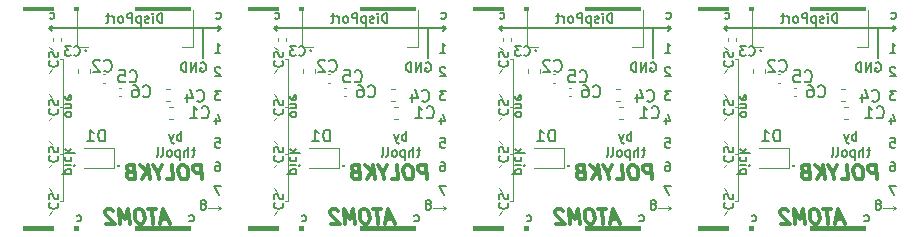
<source format=gbo>
%TF.GenerationSoftware,KiCad,Pcbnew,(5.1.9)-1*%
%TF.CreationDate,2021-10-01T07:45:35+02:00*%
%TF.ProjectId,poly_kb_1Ux4,706f6c79-5f6b-4625-9f31-5578342e6b69,rev?*%
%TF.SameCoordinates,Original*%
%TF.FileFunction,Legend,Bot*%
%TF.FilePolarity,Positive*%
%FSLAX46Y46*%
G04 Gerber Fmt 4.6, Leading zero omitted, Abs format (unit mm)*
G04 Created by KiCad (PCBNEW (5.1.9)-1) date 2021-10-01 07:45:35*
%MOMM*%
%LPD*%
G01*
G04 APERTURE LIST*
%ADD10C,0.153000*%
%ADD11C,0.150000*%
%ADD12C,0.127000*%
%ADD13C,0.300000*%
%ADD14C,0.180000*%
%ADD15C,0.120000*%
%ADD16R,2.000000X1.500000*%
%ADD17R,0.300000X0.650000*%
%ADD18R,0.300000X1.150000*%
%ADD19C,1.700000*%
%ADD20C,4.000000*%
%ADD21C,2.200000*%
%ADD22R,1.500000X1.500000*%
%ADD23R,0.600000X0.450000*%
G04 APERTURE END LIST*
D10*
X157162523Y-103574809D02*
X157238714Y-103612904D01*
X157391095Y-103612904D01*
X157467285Y-103574809D01*
X157505380Y-103536714D01*
X157543476Y-103460523D01*
X157543476Y-103231952D01*
X157505380Y-103155761D01*
X157467285Y-103117666D01*
X157391095Y-103079571D01*
X157238714Y-103079571D01*
X157162523Y-103117666D01*
X138112523Y-103574809D02*
X138188714Y-103612904D01*
X138341095Y-103612904D01*
X138417285Y-103574809D01*
X138455380Y-103536714D01*
X138493476Y-103460523D01*
X138493476Y-103231952D01*
X138455380Y-103155761D01*
X138417285Y-103117666D01*
X138341095Y-103079571D01*
X138188714Y-103079571D01*
X138112523Y-103117666D01*
X119062523Y-103574809D02*
X119138714Y-103612904D01*
X119291095Y-103612904D01*
X119367285Y-103574809D01*
X119405380Y-103536714D01*
X119443476Y-103460523D01*
X119443476Y-103231952D01*
X119405380Y-103155761D01*
X119367285Y-103117666D01*
X119291095Y-103079571D01*
X119138714Y-103079571D01*
X119062523Y-103117666D01*
X169367166Y-100590404D02*
X168833833Y-100590404D01*
X169176690Y-101390404D01*
X150317166Y-100590404D02*
X149783833Y-100590404D01*
X150126690Y-101390404D01*
X131267166Y-100590404D02*
X130733833Y-100590404D01*
X131076690Y-101390404D01*
X168948119Y-94824570D02*
X168948119Y-95357903D01*
X169138595Y-94519808D02*
X169329071Y-95091237D01*
X168833833Y-95091237D01*
X149898119Y-94824570D02*
X149898119Y-95357903D01*
X150088595Y-94519808D02*
X150279071Y-95091237D01*
X149783833Y-95091237D01*
X130848119Y-94824570D02*
X130848119Y-95357903D01*
X131038595Y-94519808D02*
X131229071Y-95091237D01*
X130733833Y-95091237D01*
X154895585Y-98079965D02*
X154857490Y-98118060D01*
X154819395Y-98232346D01*
X154819395Y-98308536D01*
X154857490Y-98422822D01*
X154933680Y-98499012D01*
X155009871Y-98537108D01*
X155162252Y-98575203D01*
X155276538Y-98575203D01*
X155428919Y-98537108D01*
X155505109Y-98499012D01*
X155581300Y-98422822D01*
X155619395Y-98308536D01*
X155619395Y-98232346D01*
X155581300Y-98118060D01*
X155543204Y-98079965D01*
X154857490Y-97775203D02*
X154819395Y-97660917D01*
X154819395Y-97470441D01*
X154857490Y-97394251D01*
X154895585Y-97356155D01*
X154971776Y-97318060D01*
X155047966Y-97318060D01*
X155124157Y-97356155D01*
X155162252Y-97394251D01*
X155200347Y-97470441D01*
X155238442Y-97622822D01*
X155276538Y-97699012D01*
X155314633Y-97737108D01*
X155390823Y-97775203D01*
X155467014Y-97775203D01*
X155543204Y-97737108D01*
X155581300Y-97699012D01*
X155619395Y-97622822D01*
X155619395Y-97432346D01*
X155581300Y-97318060D01*
X135845585Y-98079965D02*
X135807490Y-98118060D01*
X135769395Y-98232346D01*
X135769395Y-98308536D01*
X135807490Y-98422822D01*
X135883680Y-98499012D01*
X135959871Y-98537108D01*
X136112252Y-98575203D01*
X136226538Y-98575203D01*
X136378919Y-98537108D01*
X136455109Y-98499012D01*
X136531300Y-98422822D01*
X136569395Y-98308536D01*
X136569395Y-98232346D01*
X136531300Y-98118060D01*
X136493204Y-98079965D01*
X135807490Y-97775203D02*
X135769395Y-97660917D01*
X135769395Y-97470441D01*
X135807490Y-97394251D01*
X135845585Y-97356155D01*
X135921776Y-97318060D01*
X135997966Y-97318060D01*
X136074157Y-97356155D01*
X136112252Y-97394251D01*
X136150347Y-97470441D01*
X136188442Y-97622822D01*
X136226538Y-97699012D01*
X136264633Y-97737108D01*
X136340823Y-97775203D01*
X136417014Y-97775203D01*
X136493204Y-97737108D01*
X136531300Y-97699012D01*
X136569395Y-97622822D01*
X136569395Y-97432346D01*
X136531300Y-97318060D01*
X116795585Y-98079965D02*
X116757490Y-98118060D01*
X116719395Y-98232346D01*
X116719395Y-98308536D01*
X116757490Y-98422822D01*
X116833680Y-98499012D01*
X116909871Y-98537108D01*
X117062252Y-98575203D01*
X117176538Y-98575203D01*
X117328919Y-98537108D01*
X117405109Y-98499012D01*
X117481300Y-98422822D01*
X117519395Y-98308536D01*
X117519395Y-98232346D01*
X117481300Y-98118060D01*
X117443204Y-98079965D01*
X116757490Y-97775203D02*
X116719395Y-97660917D01*
X116719395Y-97470441D01*
X116757490Y-97394251D01*
X116795585Y-97356155D01*
X116871776Y-97318060D01*
X116947966Y-97318060D01*
X117024157Y-97356155D01*
X117062252Y-97394251D01*
X117100347Y-97470441D01*
X117138442Y-97622822D01*
X117176538Y-97699012D01*
X117214633Y-97737108D01*
X117290823Y-97775203D01*
X117367014Y-97775203D01*
X117443204Y-97737108D01*
X117481300Y-97699012D01*
X117519395Y-97622822D01*
X117519395Y-97432346D01*
X117481300Y-97318060D01*
X154895585Y-94075233D02*
X154857490Y-94113328D01*
X154819395Y-94227614D01*
X154819395Y-94303804D01*
X154857490Y-94418090D01*
X154933680Y-94494280D01*
X155009871Y-94532376D01*
X155162252Y-94570471D01*
X155276538Y-94570471D01*
X155428919Y-94532376D01*
X155505109Y-94494280D01*
X155581300Y-94418090D01*
X155619395Y-94303804D01*
X155619395Y-94227614D01*
X155581300Y-94113328D01*
X155543204Y-94075233D01*
X154857490Y-93770471D02*
X154819395Y-93656185D01*
X154819395Y-93465709D01*
X154857490Y-93389519D01*
X154895585Y-93351423D01*
X154971776Y-93313328D01*
X155047966Y-93313328D01*
X155124157Y-93351423D01*
X155162252Y-93389519D01*
X155200347Y-93465709D01*
X155238442Y-93618090D01*
X155276538Y-93694280D01*
X155314633Y-93732376D01*
X155390823Y-93770471D01*
X155467014Y-93770471D01*
X155543204Y-93732376D01*
X155581300Y-93694280D01*
X155619395Y-93618090D01*
X155619395Y-93427614D01*
X155581300Y-93313328D01*
X135845585Y-94075233D02*
X135807490Y-94113328D01*
X135769395Y-94227614D01*
X135769395Y-94303804D01*
X135807490Y-94418090D01*
X135883680Y-94494280D01*
X135959871Y-94532376D01*
X136112252Y-94570471D01*
X136226538Y-94570471D01*
X136378919Y-94532376D01*
X136455109Y-94494280D01*
X136531300Y-94418090D01*
X136569395Y-94303804D01*
X136569395Y-94227614D01*
X136531300Y-94113328D01*
X136493204Y-94075233D01*
X135807490Y-93770471D02*
X135769395Y-93656185D01*
X135769395Y-93465709D01*
X135807490Y-93389519D01*
X135845585Y-93351423D01*
X135921776Y-93313328D01*
X135997966Y-93313328D01*
X136074157Y-93351423D01*
X136112252Y-93389519D01*
X136150347Y-93465709D01*
X136188442Y-93618090D01*
X136226538Y-93694280D01*
X136264633Y-93732376D01*
X136340823Y-93770471D01*
X136417014Y-93770471D01*
X136493204Y-93732376D01*
X136531300Y-93694280D01*
X136569395Y-93618090D01*
X136569395Y-93427614D01*
X136531300Y-93313328D01*
X116795585Y-94075233D02*
X116757490Y-94113328D01*
X116719395Y-94227614D01*
X116719395Y-94303804D01*
X116757490Y-94418090D01*
X116833680Y-94494280D01*
X116909871Y-94532376D01*
X117062252Y-94570471D01*
X117176538Y-94570471D01*
X117328919Y-94532376D01*
X117405109Y-94494280D01*
X117481300Y-94418090D01*
X117519395Y-94303804D01*
X117519395Y-94227614D01*
X117481300Y-94113328D01*
X117443204Y-94075233D01*
X116757490Y-93770471D02*
X116719395Y-93656185D01*
X116719395Y-93465709D01*
X116757490Y-93389519D01*
X116795585Y-93351423D01*
X116871776Y-93313328D01*
X116947966Y-93313328D01*
X117024157Y-93351423D01*
X117062252Y-93389519D01*
X117100347Y-93465709D01*
X117138442Y-93618090D01*
X117176538Y-93694280D01*
X117214633Y-93732376D01*
X117290823Y-93770471D01*
X117367014Y-93770471D01*
X117443204Y-93732376D01*
X117481300Y-93694280D01*
X117519395Y-93618090D01*
X117519395Y-93427614D01*
X117481300Y-93313328D01*
X167678023Y-90189100D02*
X167754214Y-90151004D01*
X167868500Y-90151004D01*
X167982785Y-90189100D01*
X168058976Y-90265290D01*
X168097071Y-90341480D01*
X168135166Y-90493861D01*
X168135166Y-90608147D01*
X168097071Y-90760528D01*
X168058976Y-90836719D01*
X167982785Y-90912909D01*
X167868500Y-90951004D01*
X167792309Y-90951004D01*
X167678023Y-90912909D01*
X167639928Y-90874814D01*
X167639928Y-90608147D01*
X167792309Y-90608147D01*
X167297071Y-90951004D02*
X167297071Y-90151004D01*
X166839928Y-90951004D01*
X166839928Y-90151004D01*
X166458976Y-90951004D02*
X166458976Y-90151004D01*
X166268500Y-90151004D01*
X166154214Y-90189100D01*
X166078023Y-90265290D01*
X166039928Y-90341480D01*
X166001833Y-90493861D01*
X166001833Y-90608147D01*
X166039928Y-90760528D01*
X166078023Y-90836719D01*
X166154214Y-90912909D01*
X166268500Y-90951004D01*
X166458976Y-90951004D01*
X148628023Y-90189100D02*
X148704214Y-90151004D01*
X148818500Y-90151004D01*
X148932785Y-90189100D01*
X149008976Y-90265290D01*
X149047071Y-90341480D01*
X149085166Y-90493861D01*
X149085166Y-90608147D01*
X149047071Y-90760528D01*
X149008976Y-90836719D01*
X148932785Y-90912909D01*
X148818500Y-90951004D01*
X148742309Y-90951004D01*
X148628023Y-90912909D01*
X148589928Y-90874814D01*
X148589928Y-90608147D01*
X148742309Y-90608147D01*
X148247071Y-90951004D02*
X148247071Y-90151004D01*
X147789928Y-90951004D01*
X147789928Y-90151004D01*
X147408976Y-90951004D02*
X147408976Y-90151004D01*
X147218500Y-90151004D01*
X147104214Y-90189100D01*
X147028023Y-90265290D01*
X146989928Y-90341480D01*
X146951833Y-90493861D01*
X146951833Y-90608147D01*
X146989928Y-90760528D01*
X147028023Y-90836719D01*
X147104214Y-90912909D01*
X147218500Y-90951004D01*
X147408976Y-90951004D01*
X129578023Y-90189100D02*
X129654214Y-90151004D01*
X129768500Y-90151004D01*
X129882785Y-90189100D01*
X129958976Y-90265290D01*
X129997071Y-90341480D01*
X130035166Y-90493861D01*
X130035166Y-90608147D01*
X129997071Y-90760528D01*
X129958976Y-90836719D01*
X129882785Y-90912909D01*
X129768500Y-90951004D01*
X129692309Y-90951004D01*
X129578023Y-90912909D01*
X129539928Y-90874814D01*
X129539928Y-90608147D01*
X129692309Y-90608147D01*
X129197071Y-90951004D02*
X129197071Y-90151004D01*
X128739928Y-90951004D01*
X128739928Y-90151004D01*
X128358976Y-90951004D02*
X128358976Y-90151004D01*
X128168500Y-90151004D01*
X128054214Y-90189100D01*
X127978023Y-90265290D01*
X127939928Y-90341480D01*
X127901833Y-90493861D01*
X127901833Y-90608147D01*
X127939928Y-90760528D01*
X127978023Y-90836719D01*
X128054214Y-90912909D01*
X128168500Y-90951004D01*
X128358976Y-90951004D01*
X166687523Y-103574809D02*
X166763714Y-103612904D01*
X166916095Y-103612904D01*
X166992285Y-103574809D01*
X167030380Y-103536714D01*
X167068476Y-103460523D01*
X167068476Y-103231952D01*
X167030380Y-103155761D01*
X166992285Y-103117666D01*
X166916095Y-103079571D01*
X166763714Y-103079571D01*
X166687523Y-103117666D01*
X147637523Y-103574809D02*
X147713714Y-103612904D01*
X147866095Y-103612904D01*
X147942285Y-103574809D01*
X147980380Y-103536714D01*
X148018476Y-103460523D01*
X148018476Y-103231952D01*
X147980380Y-103155761D01*
X147942285Y-103117666D01*
X147866095Y-103079571D01*
X147713714Y-103079571D01*
X147637523Y-103117666D01*
X128587523Y-103574809D02*
X128663714Y-103612904D01*
X128816095Y-103612904D01*
X128892285Y-103574809D01*
X128930380Y-103536714D01*
X128968476Y-103460523D01*
X128968476Y-103231952D01*
X128930380Y-103155761D01*
X128892285Y-103117666D01*
X128816095Y-103079571D01*
X128663714Y-103079571D01*
X128587523Y-103117666D01*
X168871928Y-89325404D02*
X169329071Y-89325404D01*
X169100500Y-89325404D02*
X169100500Y-88525404D01*
X169176690Y-88639690D01*
X169252880Y-88715880D01*
X169329071Y-88753976D01*
X149821928Y-89325404D02*
X150279071Y-89325404D01*
X150050500Y-89325404D02*
X150050500Y-88525404D01*
X150126690Y-88639690D01*
X150202880Y-88715880D01*
X150279071Y-88753976D01*
X130771928Y-89325404D02*
X131229071Y-89325404D01*
X131000500Y-89325404D02*
X131000500Y-88525404D01*
X131076690Y-88639690D01*
X131152880Y-88715880D01*
X131229071Y-88753976D01*
X154895585Y-102050833D02*
X154857490Y-102088928D01*
X154819395Y-102203214D01*
X154819395Y-102279404D01*
X154857490Y-102393690D01*
X154933680Y-102469880D01*
X155009871Y-102507976D01*
X155162252Y-102546071D01*
X155276538Y-102546071D01*
X155428919Y-102507976D01*
X155505109Y-102469880D01*
X155581300Y-102393690D01*
X155619395Y-102279404D01*
X155619395Y-102203214D01*
X155581300Y-102088928D01*
X155543204Y-102050833D01*
X154857490Y-101746071D02*
X154819395Y-101631785D01*
X154819395Y-101441309D01*
X154857490Y-101365119D01*
X154895585Y-101327023D01*
X154971776Y-101288928D01*
X155047966Y-101288928D01*
X155124157Y-101327023D01*
X155162252Y-101365119D01*
X155200347Y-101441309D01*
X155238442Y-101593690D01*
X155276538Y-101669880D01*
X155314633Y-101707976D01*
X155390823Y-101746071D01*
X155467014Y-101746071D01*
X155543204Y-101707976D01*
X155581300Y-101669880D01*
X155619395Y-101593690D01*
X155619395Y-101403214D01*
X155581300Y-101288928D01*
X135845585Y-102050833D02*
X135807490Y-102088928D01*
X135769395Y-102203214D01*
X135769395Y-102279404D01*
X135807490Y-102393690D01*
X135883680Y-102469880D01*
X135959871Y-102507976D01*
X136112252Y-102546071D01*
X136226538Y-102546071D01*
X136378919Y-102507976D01*
X136455109Y-102469880D01*
X136531300Y-102393690D01*
X136569395Y-102279404D01*
X136569395Y-102203214D01*
X136531300Y-102088928D01*
X136493204Y-102050833D01*
X135807490Y-101746071D02*
X135769395Y-101631785D01*
X135769395Y-101441309D01*
X135807490Y-101365119D01*
X135845585Y-101327023D01*
X135921776Y-101288928D01*
X135997966Y-101288928D01*
X136074157Y-101327023D01*
X136112252Y-101365119D01*
X136150347Y-101441309D01*
X136188442Y-101593690D01*
X136226538Y-101669880D01*
X136264633Y-101707976D01*
X136340823Y-101746071D01*
X136417014Y-101746071D01*
X136493204Y-101707976D01*
X136531300Y-101669880D01*
X136569395Y-101593690D01*
X136569395Y-101403214D01*
X136531300Y-101288928D01*
X116795585Y-102050833D02*
X116757490Y-102088928D01*
X116719395Y-102203214D01*
X116719395Y-102279404D01*
X116757490Y-102393690D01*
X116833680Y-102469880D01*
X116909871Y-102507976D01*
X117062252Y-102546071D01*
X117176538Y-102546071D01*
X117328919Y-102507976D01*
X117405109Y-102469880D01*
X117481300Y-102393690D01*
X117519395Y-102279404D01*
X117519395Y-102203214D01*
X117481300Y-102088928D01*
X117443204Y-102050833D01*
X116757490Y-101746071D02*
X116719395Y-101631785D01*
X116719395Y-101441309D01*
X116757490Y-101365119D01*
X116795585Y-101327023D01*
X116871776Y-101288928D01*
X116947966Y-101288928D01*
X117024157Y-101327023D01*
X117062252Y-101365119D01*
X117100347Y-101441309D01*
X117138442Y-101593690D01*
X117176538Y-101669880D01*
X117214633Y-101707976D01*
X117290823Y-101746071D01*
X117367014Y-101746071D01*
X117443204Y-101707976D01*
X117481300Y-101669880D01*
X117519395Y-101593690D01*
X117519395Y-101403214D01*
X117481300Y-101288928D01*
X169367166Y-92547070D02*
X168871928Y-92547070D01*
X169138595Y-92851832D01*
X169024309Y-92851832D01*
X168948119Y-92889927D01*
X168910023Y-92928023D01*
X168871928Y-93004213D01*
X168871928Y-93194689D01*
X168910023Y-93270880D01*
X168948119Y-93308975D01*
X169024309Y-93347070D01*
X169252880Y-93347070D01*
X169329071Y-93308975D01*
X169367166Y-93270880D01*
X150317166Y-92547070D02*
X149821928Y-92547070D01*
X150088595Y-92851832D01*
X149974309Y-92851832D01*
X149898119Y-92889927D01*
X149860023Y-92928023D01*
X149821928Y-93004213D01*
X149821928Y-93194689D01*
X149860023Y-93270880D01*
X149898119Y-93308975D01*
X149974309Y-93347070D01*
X150202880Y-93347070D01*
X150279071Y-93308975D01*
X150317166Y-93270880D01*
X131267166Y-92547070D02*
X130771928Y-92547070D01*
X131038595Y-92851832D01*
X130924309Y-92851832D01*
X130848119Y-92889927D01*
X130810023Y-92928023D01*
X130771928Y-93004213D01*
X130771928Y-93194689D01*
X130810023Y-93270880D01*
X130848119Y-93308975D01*
X130924309Y-93347070D01*
X131152880Y-93347070D01*
X131229071Y-93308975D01*
X131267166Y-93270880D01*
D11*
X156724328Y-99592985D02*
X155924328Y-99592985D01*
X156686233Y-99592985D02*
X156724328Y-99516795D01*
X156724328Y-99364414D01*
X156686233Y-99288223D01*
X156648138Y-99250128D01*
X156571947Y-99212033D01*
X156343376Y-99212033D01*
X156267185Y-99250128D01*
X156229090Y-99288223D01*
X156190995Y-99364414D01*
X156190995Y-99516795D01*
X156229090Y-99592985D01*
X156190995Y-98869176D02*
X156724328Y-98869176D01*
X156990995Y-98869176D02*
X156952900Y-98907271D01*
X156914804Y-98869176D01*
X156952900Y-98831080D01*
X156990995Y-98869176D01*
X156914804Y-98869176D01*
X156229090Y-98145366D02*
X156190995Y-98221557D01*
X156190995Y-98373938D01*
X156229090Y-98450128D01*
X156267185Y-98488223D01*
X156343376Y-98526319D01*
X156571947Y-98526319D01*
X156648138Y-98488223D01*
X156686233Y-98450128D01*
X156724328Y-98373938D01*
X156724328Y-98221557D01*
X156686233Y-98145366D01*
X156190995Y-97802509D02*
X156990995Y-97802509D01*
X156495757Y-97726319D02*
X156190995Y-97497747D01*
X156724328Y-97497747D02*
X156419566Y-97802509D01*
X156190995Y-94602509D02*
X156229090Y-94678700D01*
X156267185Y-94716795D01*
X156343376Y-94754890D01*
X156571947Y-94754890D01*
X156648138Y-94716795D01*
X156686233Y-94678700D01*
X156724328Y-94602509D01*
X156724328Y-94488223D01*
X156686233Y-94412033D01*
X156648138Y-94373938D01*
X156571947Y-94335842D01*
X156343376Y-94335842D01*
X156267185Y-94373938D01*
X156229090Y-94412033D01*
X156190995Y-94488223D01*
X156190995Y-94602509D01*
X156724328Y-93992985D02*
X156190995Y-93992985D01*
X156648138Y-93992985D02*
X156686233Y-93954890D01*
X156724328Y-93878700D01*
X156724328Y-93764414D01*
X156686233Y-93688223D01*
X156610042Y-93650128D01*
X156190995Y-93650128D01*
X156229090Y-92964414D02*
X156190995Y-93040604D01*
X156190995Y-93192985D01*
X156229090Y-93269176D01*
X156305280Y-93307271D01*
X156610042Y-93307271D01*
X156686233Y-93269176D01*
X156724328Y-93192985D01*
X156724328Y-93040604D01*
X156686233Y-92964414D01*
X156610042Y-92926319D01*
X156533852Y-92926319D01*
X156457661Y-93307271D01*
X137674328Y-99592985D02*
X136874328Y-99592985D01*
X137636233Y-99592985D02*
X137674328Y-99516795D01*
X137674328Y-99364414D01*
X137636233Y-99288223D01*
X137598138Y-99250128D01*
X137521947Y-99212033D01*
X137293376Y-99212033D01*
X137217185Y-99250128D01*
X137179090Y-99288223D01*
X137140995Y-99364414D01*
X137140995Y-99516795D01*
X137179090Y-99592985D01*
X137140995Y-98869176D02*
X137674328Y-98869176D01*
X137940995Y-98869176D02*
X137902900Y-98907271D01*
X137864804Y-98869176D01*
X137902900Y-98831080D01*
X137940995Y-98869176D01*
X137864804Y-98869176D01*
X137179090Y-98145366D02*
X137140995Y-98221557D01*
X137140995Y-98373938D01*
X137179090Y-98450128D01*
X137217185Y-98488223D01*
X137293376Y-98526319D01*
X137521947Y-98526319D01*
X137598138Y-98488223D01*
X137636233Y-98450128D01*
X137674328Y-98373938D01*
X137674328Y-98221557D01*
X137636233Y-98145366D01*
X137140995Y-97802509D02*
X137940995Y-97802509D01*
X137445757Y-97726319D02*
X137140995Y-97497747D01*
X137674328Y-97497747D02*
X137369566Y-97802509D01*
X137140995Y-94602509D02*
X137179090Y-94678700D01*
X137217185Y-94716795D01*
X137293376Y-94754890D01*
X137521947Y-94754890D01*
X137598138Y-94716795D01*
X137636233Y-94678700D01*
X137674328Y-94602509D01*
X137674328Y-94488223D01*
X137636233Y-94412033D01*
X137598138Y-94373938D01*
X137521947Y-94335842D01*
X137293376Y-94335842D01*
X137217185Y-94373938D01*
X137179090Y-94412033D01*
X137140995Y-94488223D01*
X137140995Y-94602509D01*
X137674328Y-93992985D02*
X137140995Y-93992985D01*
X137598138Y-93992985D02*
X137636233Y-93954890D01*
X137674328Y-93878700D01*
X137674328Y-93764414D01*
X137636233Y-93688223D01*
X137560042Y-93650128D01*
X137140995Y-93650128D01*
X137179090Y-92964414D02*
X137140995Y-93040604D01*
X137140995Y-93192985D01*
X137179090Y-93269176D01*
X137255280Y-93307271D01*
X137560042Y-93307271D01*
X137636233Y-93269176D01*
X137674328Y-93192985D01*
X137674328Y-93040604D01*
X137636233Y-92964414D01*
X137560042Y-92926319D01*
X137483852Y-92926319D01*
X137407661Y-93307271D01*
X118624328Y-99592985D02*
X117824328Y-99592985D01*
X118586233Y-99592985D02*
X118624328Y-99516795D01*
X118624328Y-99364414D01*
X118586233Y-99288223D01*
X118548138Y-99250128D01*
X118471947Y-99212033D01*
X118243376Y-99212033D01*
X118167185Y-99250128D01*
X118129090Y-99288223D01*
X118090995Y-99364414D01*
X118090995Y-99516795D01*
X118129090Y-99592985D01*
X118090995Y-98869176D02*
X118624328Y-98869176D01*
X118890995Y-98869176D02*
X118852900Y-98907271D01*
X118814804Y-98869176D01*
X118852900Y-98831080D01*
X118890995Y-98869176D01*
X118814804Y-98869176D01*
X118129090Y-98145366D02*
X118090995Y-98221557D01*
X118090995Y-98373938D01*
X118129090Y-98450128D01*
X118167185Y-98488223D01*
X118243376Y-98526319D01*
X118471947Y-98526319D01*
X118548138Y-98488223D01*
X118586233Y-98450128D01*
X118624328Y-98373938D01*
X118624328Y-98221557D01*
X118586233Y-98145366D01*
X118090995Y-97802509D02*
X118890995Y-97802509D01*
X118395757Y-97726319D02*
X118090995Y-97497747D01*
X118624328Y-97497747D02*
X118319566Y-97802509D01*
X118090995Y-94602509D02*
X118129090Y-94678700D01*
X118167185Y-94716795D01*
X118243376Y-94754890D01*
X118471947Y-94754890D01*
X118548138Y-94716795D01*
X118586233Y-94678700D01*
X118624328Y-94602509D01*
X118624328Y-94488223D01*
X118586233Y-94412033D01*
X118548138Y-94373938D01*
X118471947Y-94335842D01*
X118243376Y-94335842D01*
X118167185Y-94373938D01*
X118129090Y-94412033D01*
X118090995Y-94488223D01*
X118090995Y-94602509D01*
X118624328Y-93992985D02*
X118090995Y-93992985D01*
X118548138Y-93992985D02*
X118586233Y-93954890D01*
X118624328Y-93878700D01*
X118624328Y-93764414D01*
X118586233Y-93688223D01*
X118510042Y-93650128D01*
X118090995Y-93650128D01*
X118129090Y-92964414D02*
X118090995Y-93040604D01*
X118090995Y-93192985D01*
X118129090Y-93269176D01*
X118205280Y-93307271D01*
X118510042Y-93307271D01*
X118586233Y-93269176D01*
X118624328Y-93192985D01*
X118624328Y-93040604D01*
X118586233Y-92964414D01*
X118510042Y-92926319D01*
X118433852Y-92926319D01*
X118357661Y-93307271D01*
D10*
X164413909Y-86785404D02*
X164413909Y-85985404D01*
X164223433Y-85985404D01*
X164109147Y-86023500D01*
X164032957Y-86099690D01*
X163994861Y-86175880D01*
X163956766Y-86328261D01*
X163956766Y-86442547D01*
X163994861Y-86594928D01*
X164032957Y-86671119D01*
X164109147Y-86747309D01*
X164223433Y-86785404D01*
X164413909Y-86785404D01*
X163613909Y-86785404D02*
X163613909Y-86252071D01*
X163613909Y-85985404D02*
X163652004Y-86023500D01*
X163613909Y-86061595D01*
X163575814Y-86023500D01*
X163613909Y-85985404D01*
X163613909Y-86061595D01*
X163271052Y-86747309D02*
X163194861Y-86785404D01*
X163042480Y-86785404D01*
X162966290Y-86747309D01*
X162928195Y-86671119D01*
X162928195Y-86633023D01*
X162966290Y-86556833D01*
X163042480Y-86518738D01*
X163156766Y-86518738D01*
X163232957Y-86480642D01*
X163271052Y-86404452D01*
X163271052Y-86366357D01*
X163232957Y-86290166D01*
X163156766Y-86252071D01*
X163042480Y-86252071D01*
X162966290Y-86290166D01*
X162585338Y-86252071D02*
X162585338Y-87052071D01*
X162585338Y-86290166D02*
X162509147Y-86252071D01*
X162356766Y-86252071D01*
X162280576Y-86290166D01*
X162242480Y-86328261D01*
X162204385Y-86404452D01*
X162204385Y-86633023D01*
X162242480Y-86709214D01*
X162280576Y-86747309D01*
X162356766Y-86785404D01*
X162509147Y-86785404D01*
X162585338Y-86747309D01*
X161861528Y-86785404D02*
X161861528Y-85985404D01*
X161556766Y-85985404D01*
X161480576Y-86023500D01*
X161442480Y-86061595D01*
X161404385Y-86137785D01*
X161404385Y-86252071D01*
X161442480Y-86328261D01*
X161480576Y-86366357D01*
X161556766Y-86404452D01*
X161861528Y-86404452D01*
X160947242Y-86785404D02*
X161023433Y-86747309D01*
X161061528Y-86709214D01*
X161099623Y-86633023D01*
X161099623Y-86404452D01*
X161061528Y-86328261D01*
X161023433Y-86290166D01*
X160947242Y-86252071D01*
X160832957Y-86252071D01*
X160756766Y-86290166D01*
X160718671Y-86328261D01*
X160680576Y-86404452D01*
X160680576Y-86633023D01*
X160718671Y-86709214D01*
X160756766Y-86747309D01*
X160832957Y-86785404D01*
X160947242Y-86785404D01*
X160337719Y-86785404D02*
X160337719Y-86252071D01*
X160337719Y-86404452D02*
X160299623Y-86328261D01*
X160261528Y-86290166D01*
X160185338Y-86252071D01*
X160109147Y-86252071D01*
X159956766Y-86252071D02*
X159652004Y-86252071D01*
X159842480Y-85985404D02*
X159842480Y-86671119D01*
X159804385Y-86747309D01*
X159728195Y-86785404D01*
X159652004Y-86785404D01*
X145363909Y-86785404D02*
X145363909Y-85985404D01*
X145173433Y-85985404D01*
X145059147Y-86023500D01*
X144982957Y-86099690D01*
X144944861Y-86175880D01*
X144906766Y-86328261D01*
X144906766Y-86442547D01*
X144944861Y-86594928D01*
X144982957Y-86671119D01*
X145059147Y-86747309D01*
X145173433Y-86785404D01*
X145363909Y-86785404D01*
X144563909Y-86785404D02*
X144563909Y-86252071D01*
X144563909Y-85985404D02*
X144602004Y-86023500D01*
X144563909Y-86061595D01*
X144525814Y-86023500D01*
X144563909Y-85985404D01*
X144563909Y-86061595D01*
X144221052Y-86747309D02*
X144144861Y-86785404D01*
X143992480Y-86785404D01*
X143916290Y-86747309D01*
X143878195Y-86671119D01*
X143878195Y-86633023D01*
X143916290Y-86556833D01*
X143992480Y-86518738D01*
X144106766Y-86518738D01*
X144182957Y-86480642D01*
X144221052Y-86404452D01*
X144221052Y-86366357D01*
X144182957Y-86290166D01*
X144106766Y-86252071D01*
X143992480Y-86252071D01*
X143916290Y-86290166D01*
X143535338Y-86252071D02*
X143535338Y-87052071D01*
X143535338Y-86290166D02*
X143459147Y-86252071D01*
X143306766Y-86252071D01*
X143230576Y-86290166D01*
X143192480Y-86328261D01*
X143154385Y-86404452D01*
X143154385Y-86633023D01*
X143192480Y-86709214D01*
X143230576Y-86747309D01*
X143306766Y-86785404D01*
X143459147Y-86785404D01*
X143535338Y-86747309D01*
X142811528Y-86785404D02*
X142811528Y-85985404D01*
X142506766Y-85985404D01*
X142430576Y-86023500D01*
X142392480Y-86061595D01*
X142354385Y-86137785D01*
X142354385Y-86252071D01*
X142392480Y-86328261D01*
X142430576Y-86366357D01*
X142506766Y-86404452D01*
X142811528Y-86404452D01*
X141897242Y-86785404D02*
X141973433Y-86747309D01*
X142011528Y-86709214D01*
X142049623Y-86633023D01*
X142049623Y-86404452D01*
X142011528Y-86328261D01*
X141973433Y-86290166D01*
X141897242Y-86252071D01*
X141782957Y-86252071D01*
X141706766Y-86290166D01*
X141668671Y-86328261D01*
X141630576Y-86404452D01*
X141630576Y-86633023D01*
X141668671Y-86709214D01*
X141706766Y-86747309D01*
X141782957Y-86785404D01*
X141897242Y-86785404D01*
X141287719Y-86785404D02*
X141287719Y-86252071D01*
X141287719Y-86404452D02*
X141249623Y-86328261D01*
X141211528Y-86290166D01*
X141135338Y-86252071D01*
X141059147Y-86252071D01*
X140906766Y-86252071D02*
X140602004Y-86252071D01*
X140792480Y-85985404D02*
X140792480Y-86671119D01*
X140754385Y-86747309D01*
X140678195Y-86785404D01*
X140602004Y-86785404D01*
X126313909Y-86785404D02*
X126313909Y-85985404D01*
X126123433Y-85985404D01*
X126009147Y-86023500D01*
X125932957Y-86099690D01*
X125894861Y-86175880D01*
X125856766Y-86328261D01*
X125856766Y-86442547D01*
X125894861Y-86594928D01*
X125932957Y-86671119D01*
X126009147Y-86747309D01*
X126123433Y-86785404D01*
X126313909Y-86785404D01*
X125513909Y-86785404D02*
X125513909Y-86252071D01*
X125513909Y-85985404D02*
X125552004Y-86023500D01*
X125513909Y-86061595D01*
X125475814Y-86023500D01*
X125513909Y-85985404D01*
X125513909Y-86061595D01*
X125171052Y-86747309D02*
X125094861Y-86785404D01*
X124942480Y-86785404D01*
X124866290Y-86747309D01*
X124828195Y-86671119D01*
X124828195Y-86633023D01*
X124866290Y-86556833D01*
X124942480Y-86518738D01*
X125056766Y-86518738D01*
X125132957Y-86480642D01*
X125171052Y-86404452D01*
X125171052Y-86366357D01*
X125132957Y-86290166D01*
X125056766Y-86252071D01*
X124942480Y-86252071D01*
X124866290Y-86290166D01*
X124485338Y-86252071D02*
X124485338Y-87052071D01*
X124485338Y-86290166D02*
X124409147Y-86252071D01*
X124256766Y-86252071D01*
X124180576Y-86290166D01*
X124142480Y-86328261D01*
X124104385Y-86404452D01*
X124104385Y-86633023D01*
X124142480Y-86709214D01*
X124180576Y-86747309D01*
X124256766Y-86785404D01*
X124409147Y-86785404D01*
X124485338Y-86747309D01*
X123761528Y-86785404D02*
X123761528Y-85985404D01*
X123456766Y-85985404D01*
X123380576Y-86023500D01*
X123342480Y-86061595D01*
X123304385Y-86137785D01*
X123304385Y-86252071D01*
X123342480Y-86328261D01*
X123380576Y-86366357D01*
X123456766Y-86404452D01*
X123761528Y-86404452D01*
X122847242Y-86785404D02*
X122923433Y-86747309D01*
X122961528Y-86709214D01*
X122999623Y-86633023D01*
X122999623Y-86404452D01*
X122961528Y-86328261D01*
X122923433Y-86290166D01*
X122847242Y-86252071D01*
X122732957Y-86252071D01*
X122656766Y-86290166D01*
X122618671Y-86328261D01*
X122580576Y-86404452D01*
X122580576Y-86633023D01*
X122618671Y-86709214D01*
X122656766Y-86747309D01*
X122732957Y-86785404D01*
X122847242Y-86785404D01*
X122237719Y-86785404D02*
X122237719Y-86252071D01*
X122237719Y-86404452D02*
X122199623Y-86328261D01*
X122161528Y-86290166D01*
X122085338Y-86252071D01*
X122009147Y-86252071D01*
X121856766Y-86252071D02*
X121552004Y-86252071D01*
X121742480Y-85985404D02*
X121742480Y-86671119D01*
X121704385Y-86747309D01*
X121628195Y-86785404D01*
X121552004Y-86785404D01*
X154870185Y-90011233D02*
X154832090Y-90049328D01*
X154793995Y-90163614D01*
X154793995Y-90239804D01*
X154832090Y-90354090D01*
X154908280Y-90430280D01*
X154984471Y-90468376D01*
X155136852Y-90506471D01*
X155251138Y-90506471D01*
X155403519Y-90468376D01*
X155479709Y-90430280D01*
X155555900Y-90354090D01*
X155593995Y-90239804D01*
X155593995Y-90163614D01*
X155555900Y-90049328D01*
X155517804Y-90011233D01*
X154832090Y-89706471D02*
X154793995Y-89592185D01*
X154793995Y-89401709D01*
X154832090Y-89325519D01*
X154870185Y-89287423D01*
X154946376Y-89249328D01*
X155022566Y-89249328D01*
X155098757Y-89287423D01*
X155136852Y-89325519D01*
X155174947Y-89401709D01*
X155213042Y-89554090D01*
X155251138Y-89630280D01*
X155289233Y-89668376D01*
X155365423Y-89706471D01*
X155441614Y-89706471D01*
X155517804Y-89668376D01*
X155555900Y-89630280D01*
X155593995Y-89554090D01*
X155593995Y-89363614D01*
X155555900Y-89249328D01*
X135820185Y-90011233D02*
X135782090Y-90049328D01*
X135743995Y-90163614D01*
X135743995Y-90239804D01*
X135782090Y-90354090D01*
X135858280Y-90430280D01*
X135934471Y-90468376D01*
X136086852Y-90506471D01*
X136201138Y-90506471D01*
X136353519Y-90468376D01*
X136429709Y-90430280D01*
X136505900Y-90354090D01*
X136543995Y-90239804D01*
X136543995Y-90163614D01*
X136505900Y-90049328D01*
X136467804Y-90011233D01*
X135782090Y-89706471D02*
X135743995Y-89592185D01*
X135743995Y-89401709D01*
X135782090Y-89325519D01*
X135820185Y-89287423D01*
X135896376Y-89249328D01*
X135972566Y-89249328D01*
X136048757Y-89287423D01*
X136086852Y-89325519D01*
X136124947Y-89401709D01*
X136163042Y-89554090D01*
X136201138Y-89630280D01*
X136239233Y-89668376D01*
X136315423Y-89706471D01*
X136391614Y-89706471D01*
X136467804Y-89668376D01*
X136505900Y-89630280D01*
X136543995Y-89554090D01*
X136543995Y-89363614D01*
X136505900Y-89249328D01*
X116770185Y-90011233D02*
X116732090Y-90049328D01*
X116693995Y-90163614D01*
X116693995Y-90239804D01*
X116732090Y-90354090D01*
X116808280Y-90430280D01*
X116884471Y-90468376D01*
X117036852Y-90506471D01*
X117151138Y-90506471D01*
X117303519Y-90468376D01*
X117379709Y-90430280D01*
X117455900Y-90354090D01*
X117493995Y-90239804D01*
X117493995Y-90163614D01*
X117455900Y-90049328D01*
X117417804Y-90011233D01*
X116732090Y-89706471D02*
X116693995Y-89592185D01*
X116693995Y-89401709D01*
X116732090Y-89325519D01*
X116770185Y-89287423D01*
X116846376Y-89249328D01*
X116922566Y-89249328D01*
X116998757Y-89287423D01*
X117036852Y-89325519D01*
X117074947Y-89401709D01*
X117113042Y-89554090D01*
X117151138Y-89630280D01*
X117189233Y-89668376D01*
X117265423Y-89706471D01*
X117341614Y-89706471D01*
X117417804Y-89668376D01*
X117455900Y-89630280D01*
X117493995Y-89554090D01*
X117493995Y-89363614D01*
X117455900Y-89249328D01*
X168910023Y-96568736D02*
X169290976Y-96568736D01*
X169329071Y-96949689D01*
X169290976Y-96911593D01*
X169214785Y-96873498D01*
X169024309Y-96873498D01*
X168948119Y-96911593D01*
X168910023Y-96949689D01*
X168871928Y-97025879D01*
X168871928Y-97216355D01*
X168910023Y-97292546D01*
X168948119Y-97330641D01*
X169024309Y-97368736D01*
X169214785Y-97368736D01*
X169290976Y-97330641D01*
X169329071Y-97292546D01*
X149860023Y-96568736D02*
X150240976Y-96568736D01*
X150279071Y-96949689D01*
X150240976Y-96911593D01*
X150164785Y-96873498D01*
X149974309Y-96873498D01*
X149898119Y-96911593D01*
X149860023Y-96949689D01*
X149821928Y-97025879D01*
X149821928Y-97216355D01*
X149860023Y-97292546D01*
X149898119Y-97330641D01*
X149974309Y-97368736D01*
X150164785Y-97368736D01*
X150240976Y-97330641D01*
X150279071Y-97292546D01*
X130810023Y-96568736D02*
X131190976Y-96568736D01*
X131229071Y-96949689D01*
X131190976Y-96911593D01*
X131114785Y-96873498D01*
X130924309Y-96873498D01*
X130848119Y-96911593D01*
X130810023Y-96949689D01*
X130771928Y-97025879D01*
X130771928Y-97216355D01*
X130810023Y-97292546D01*
X130848119Y-97330641D01*
X130924309Y-97368736D01*
X131114785Y-97368736D01*
X131190976Y-97330641D01*
X131229071Y-97292546D01*
D11*
X166020690Y-96778404D02*
X166020690Y-95978404D01*
X166020690Y-96283166D02*
X165944500Y-96245071D01*
X165792119Y-96245071D01*
X165715928Y-96283166D01*
X165677833Y-96321261D01*
X165639738Y-96397452D01*
X165639738Y-96626023D01*
X165677833Y-96702214D01*
X165715928Y-96740309D01*
X165792119Y-96778404D01*
X165944500Y-96778404D01*
X166020690Y-96740309D01*
X165373071Y-96245071D02*
X165182595Y-96778404D01*
X164992119Y-96245071D02*
X165182595Y-96778404D01*
X165258785Y-96968880D01*
X165296880Y-97006976D01*
X165373071Y-97045071D01*
X167201642Y-97595071D02*
X166896880Y-97595071D01*
X167087357Y-97328404D02*
X167087357Y-98014119D01*
X167049261Y-98090309D01*
X166973071Y-98128404D01*
X166896880Y-98128404D01*
X166630214Y-98128404D02*
X166630214Y-97328404D01*
X166287357Y-98128404D02*
X166287357Y-97709357D01*
X166325452Y-97633166D01*
X166401642Y-97595071D01*
X166515928Y-97595071D01*
X166592119Y-97633166D01*
X166630214Y-97671261D01*
X165906404Y-97595071D02*
X165906404Y-98395071D01*
X165906404Y-97633166D02*
X165830214Y-97595071D01*
X165677833Y-97595071D01*
X165601642Y-97633166D01*
X165563547Y-97671261D01*
X165525452Y-97747452D01*
X165525452Y-97976023D01*
X165563547Y-98052214D01*
X165601642Y-98090309D01*
X165677833Y-98128404D01*
X165830214Y-98128404D01*
X165906404Y-98090309D01*
X165068309Y-98128404D02*
X165144500Y-98090309D01*
X165182595Y-98052214D01*
X165220690Y-97976023D01*
X165220690Y-97747452D01*
X165182595Y-97671261D01*
X165144500Y-97633166D01*
X165068309Y-97595071D01*
X164954023Y-97595071D01*
X164877833Y-97633166D01*
X164839738Y-97671261D01*
X164801642Y-97747452D01*
X164801642Y-97976023D01*
X164839738Y-98052214D01*
X164877833Y-98090309D01*
X164954023Y-98128404D01*
X165068309Y-98128404D01*
X164344500Y-98128404D02*
X164420690Y-98090309D01*
X164458785Y-98014119D01*
X164458785Y-97328404D01*
X163925452Y-98128404D02*
X164001642Y-98090309D01*
X164039738Y-98014119D01*
X164039738Y-97328404D01*
X146970690Y-96778404D02*
X146970690Y-95978404D01*
X146970690Y-96283166D02*
X146894500Y-96245071D01*
X146742119Y-96245071D01*
X146665928Y-96283166D01*
X146627833Y-96321261D01*
X146589738Y-96397452D01*
X146589738Y-96626023D01*
X146627833Y-96702214D01*
X146665928Y-96740309D01*
X146742119Y-96778404D01*
X146894500Y-96778404D01*
X146970690Y-96740309D01*
X146323071Y-96245071D02*
X146132595Y-96778404D01*
X145942119Y-96245071D02*
X146132595Y-96778404D01*
X146208785Y-96968880D01*
X146246880Y-97006976D01*
X146323071Y-97045071D01*
X148151642Y-97595071D02*
X147846880Y-97595071D01*
X148037357Y-97328404D02*
X148037357Y-98014119D01*
X147999261Y-98090309D01*
X147923071Y-98128404D01*
X147846880Y-98128404D01*
X147580214Y-98128404D02*
X147580214Y-97328404D01*
X147237357Y-98128404D02*
X147237357Y-97709357D01*
X147275452Y-97633166D01*
X147351642Y-97595071D01*
X147465928Y-97595071D01*
X147542119Y-97633166D01*
X147580214Y-97671261D01*
X146856404Y-97595071D02*
X146856404Y-98395071D01*
X146856404Y-97633166D02*
X146780214Y-97595071D01*
X146627833Y-97595071D01*
X146551642Y-97633166D01*
X146513547Y-97671261D01*
X146475452Y-97747452D01*
X146475452Y-97976023D01*
X146513547Y-98052214D01*
X146551642Y-98090309D01*
X146627833Y-98128404D01*
X146780214Y-98128404D01*
X146856404Y-98090309D01*
X146018309Y-98128404D02*
X146094500Y-98090309D01*
X146132595Y-98052214D01*
X146170690Y-97976023D01*
X146170690Y-97747452D01*
X146132595Y-97671261D01*
X146094500Y-97633166D01*
X146018309Y-97595071D01*
X145904023Y-97595071D01*
X145827833Y-97633166D01*
X145789738Y-97671261D01*
X145751642Y-97747452D01*
X145751642Y-97976023D01*
X145789738Y-98052214D01*
X145827833Y-98090309D01*
X145904023Y-98128404D01*
X146018309Y-98128404D01*
X145294500Y-98128404D02*
X145370690Y-98090309D01*
X145408785Y-98014119D01*
X145408785Y-97328404D01*
X144875452Y-98128404D02*
X144951642Y-98090309D01*
X144989738Y-98014119D01*
X144989738Y-97328404D01*
X127920690Y-96778404D02*
X127920690Y-95978404D01*
X127920690Y-96283166D02*
X127844500Y-96245071D01*
X127692119Y-96245071D01*
X127615928Y-96283166D01*
X127577833Y-96321261D01*
X127539738Y-96397452D01*
X127539738Y-96626023D01*
X127577833Y-96702214D01*
X127615928Y-96740309D01*
X127692119Y-96778404D01*
X127844500Y-96778404D01*
X127920690Y-96740309D01*
X127273071Y-96245071D02*
X127082595Y-96778404D01*
X126892119Y-96245071D02*
X127082595Y-96778404D01*
X127158785Y-96968880D01*
X127196880Y-97006976D01*
X127273071Y-97045071D01*
X129101642Y-97595071D02*
X128796880Y-97595071D01*
X128987357Y-97328404D02*
X128987357Y-98014119D01*
X128949261Y-98090309D01*
X128873071Y-98128404D01*
X128796880Y-98128404D01*
X128530214Y-98128404D02*
X128530214Y-97328404D01*
X128187357Y-98128404D02*
X128187357Y-97709357D01*
X128225452Y-97633166D01*
X128301642Y-97595071D01*
X128415928Y-97595071D01*
X128492119Y-97633166D01*
X128530214Y-97671261D01*
X127806404Y-97595071D02*
X127806404Y-98395071D01*
X127806404Y-97633166D02*
X127730214Y-97595071D01*
X127577833Y-97595071D01*
X127501642Y-97633166D01*
X127463547Y-97671261D01*
X127425452Y-97747452D01*
X127425452Y-97976023D01*
X127463547Y-98052214D01*
X127501642Y-98090309D01*
X127577833Y-98128404D01*
X127730214Y-98128404D01*
X127806404Y-98090309D01*
X126968309Y-98128404D02*
X127044500Y-98090309D01*
X127082595Y-98052214D01*
X127120690Y-97976023D01*
X127120690Y-97747452D01*
X127082595Y-97671261D01*
X127044500Y-97633166D01*
X126968309Y-97595071D01*
X126854023Y-97595071D01*
X126777833Y-97633166D01*
X126739738Y-97671261D01*
X126701642Y-97747452D01*
X126701642Y-97976023D01*
X126739738Y-98052214D01*
X126777833Y-98090309D01*
X126854023Y-98128404D01*
X126968309Y-98128404D01*
X126244500Y-98128404D02*
X126320690Y-98090309D01*
X126358785Y-98014119D01*
X126358785Y-97328404D01*
X125825452Y-98128404D02*
X125901642Y-98090309D01*
X125939738Y-98014119D01*
X125939738Y-97328404D01*
D10*
X168948119Y-98579569D02*
X169100500Y-98579569D01*
X169176690Y-98617665D01*
X169214785Y-98655760D01*
X169290976Y-98770045D01*
X169329071Y-98922426D01*
X169329071Y-99227188D01*
X169290976Y-99303379D01*
X169252880Y-99341474D01*
X169176690Y-99379569D01*
X169024309Y-99379569D01*
X168948119Y-99341474D01*
X168910023Y-99303379D01*
X168871928Y-99227188D01*
X168871928Y-99036712D01*
X168910023Y-98960522D01*
X168948119Y-98922426D01*
X169024309Y-98884331D01*
X169176690Y-98884331D01*
X169252880Y-98922426D01*
X169290976Y-98960522D01*
X169329071Y-99036712D01*
X149898119Y-98579569D02*
X150050500Y-98579569D01*
X150126690Y-98617665D01*
X150164785Y-98655760D01*
X150240976Y-98770045D01*
X150279071Y-98922426D01*
X150279071Y-99227188D01*
X150240976Y-99303379D01*
X150202880Y-99341474D01*
X150126690Y-99379569D01*
X149974309Y-99379569D01*
X149898119Y-99341474D01*
X149860023Y-99303379D01*
X149821928Y-99227188D01*
X149821928Y-99036712D01*
X149860023Y-98960522D01*
X149898119Y-98922426D01*
X149974309Y-98884331D01*
X150126690Y-98884331D01*
X150202880Y-98922426D01*
X150240976Y-98960522D01*
X150279071Y-99036712D01*
X130848119Y-98579569D02*
X131000500Y-98579569D01*
X131076690Y-98617665D01*
X131114785Y-98655760D01*
X131190976Y-98770045D01*
X131229071Y-98922426D01*
X131229071Y-99227188D01*
X131190976Y-99303379D01*
X131152880Y-99341474D01*
X131076690Y-99379569D01*
X130924309Y-99379569D01*
X130848119Y-99341474D01*
X130810023Y-99303379D01*
X130771928Y-99227188D01*
X130771928Y-99036712D01*
X130810023Y-98960522D01*
X130848119Y-98922426D01*
X130924309Y-98884331D01*
X131076690Y-98884331D01*
X131152880Y-98922426D01*
X131190976Y-98960522D01*
X131229071Y-99036712D01*
X167957490Y-102177861D02*
X168033680Y-102139766D01*
X168071776Y-102101671D01*
X168109871Y-102025480D01*
X168109871Y-101987385D01*
X168071776Y-101911195D01*
X168033680Y-101873100D01*
X167957490Y-101835004D01*
X167805109Y-101835004D01*
X167728919Y-101873100D01*
X167690823Y-101911195D01*
X167652728Y-101987385D01*
X167652728Y-102025480D01*
X167690823Y-102101671D01*
X167728919Y-102139766D01*
X167805109Y-102177861D01*
X167957490Y-102177861D01*
X168033680Y-102215957D01*
X168071776Y-102254052D01*
X168109871Y-102330242D01*
X168109871Y-102482623D01*
X168071776Y-102558814D01*
X168033680Y-102596909D01*
X167957490Y-102635004D01*
X167805109Y-102635004D01*
X167728919Y-102596909D01*
X167690823Y-102558814D01*
X167652728Y-102482623D01*
X167652728Y-102330242D01*
X167690823Y-102254052D01*
X167728919Y-102215957D01*
X167805109Y-102177861D01*
X148907490Y-102177861D02*
X148983680Y-102139766D01*
X149021776Y-102101671D01*
X149059871Y-102025480D01*
X149059871Y-101987385D01*
X149021776Y-101911195D01*
X148983680Y-101873100D01*
X148907490Y-101835004D01*
X148755109Y-101835004D01*
X148678919Y-101873100D01*
X148640823Y-101911195D01*
X148602728Y-101987385D01*
X148602728Y-102025480D01*
X148640823Y-102101671D01*
X148678919Y-102139766D01*
X148755109Y-102177861D01*
X148907490Y-102177861D01*
X148983680Y-102215957D01*
X149021776Y-102254052D01*
X149059871Y-102330242D01*
X149059871Y-102482623D01*
X149021776Y-102558814D01*
X148983680Y-102596909D01*
X148907490Y-102635004D01*
X148755109Y-102635004D01*
X148678919Y-102596909D01*
X148640823Y-102558814D01*
X148602728Y-102482623D01*
X148602728Y-102330242D01*
X148640823Y-102254052D01*
X148678919Y-102215957D01*
X148755109Y-102177861D01*
X129857490Y-102177861D02*
X129933680Y-102139766D01*
X129971776Y-102101671D01*
X130009871Y-102025480D01*
X130009871Y-101987385D01*
X129971776Y-101911195D01*
X129933680Y-101873100D01*
X129857490Y-101835004D01*
X129705109Y-101835004D01*
X129628919Y-101873100D01*
X129590823Y-101911195D01*
X129552728Y-101987385D01*
X129552728Y-102025480D01*
X129590823Y-102101671D01*
X129628919Y-102139766D01*
X129705109Y-102177861D01*
X129857490Y-102177861D01*
X129933680Y-102215957D01*
X129971776Y-102254052D01*
X130009871Y-102330242D01*
X130009871Y-102482623D01*
X129971776Y-102558814D01*
X129933680Y-102596909D01*
X129857490Y-102635004D01*
X129705109Y-102635004D01*
X129628919Y-102596909D01*
X129590823Y-102558814D01*
X129552728Y-102482623D01*
X129552728Y-102330242D01*
X129590823Y-102254052D01*
X129628919Y-102215957D01*
X129705109Y-102177861D01*
X169329071Y-90612428D02*
X169290976Y-90574333D01*
X169214785Y-90536237D01*
X169024309Y-90536237D01*
X168948119Y-90574333D01*
X168910023Y-90612428D01*
X168871928Y-90688618D01*
X168871928Y-90764809D01*
X168910023Y-90879094D01*
X169367166Y-91336237D01*
X168871928Y-91336237D01*
X150279071Y-90612428D02*
X150240976Y-90574333D01*
X150164785Y-90536237D01*
X149974309Y-90536237D01*
X149898119Y-90574333D01*
X149860023Y-90612428D01*
X149821928Y-90688618D01*
X149821928Y-90764809D01*
X149860023Y-90879094D01*
X150317166Y-91336237D01*
X149821928Y-91336237D01*
X131229071Y-90612428D02*
X131190976Y-90574333D01*
X131114785Y-90536237D01*
X130924309Y-90536237D01*
X130848119Y-90574333D01*
X130810023Y-90612428D01*
X130771928Y-90688618D01*
X130771928Y-90764809D01*
X130810023Y-90879094D01*
X131267166Y-91336237D01*
X130771928Y-91336237D01*
X168973523Y-86429809D02*
X169049714Y-86467904D01*
X169202095Y-86467904D01*
X169278285Y-86429809D01*
X169316380Y-86391714D01*
X169354476Y-86315523D01*
X169354476Y-86086952D01*
X169316380Y-86010761D01*
X169278285Y-85972666D01*
X169202095Y-85934571D01*
X169049714Y-85934571D01*
X168973523Y-85972666D01*
X149923523Y-86429809D02*
X149999714Y-86467904D01*
X150152095Y-86467904D01*
X150228285Y-86429809D01*
X150266380Y-86391714D01*
X150304476Y-86315523D01*
X150304476Y-86086952D01*
X150266380Y-86010761D01*
X150228285Y-85972666D01*
X150152095Y-85934571D01*
X149999714Y-85934571D01*
X149923523Y-85972666D01*
X130873523Y-86429809D02*
X130949714Y-86467904D01*
X131102095Y-86467904D01*
X131178285Y-86429809D01*
X131216380Y-86391714D01*
X131254476Y-86315523D01*
X131254476Y-86086952D01*
X131216380Y-86010761D01*
X131178285Y-85972666D01*
X131102095Y-85934571D01*
X130949714Y-85934571D01*
X130873523Y-85972666D01*
X154876523Y-86429809D02*
X154952714Y-86467904D01*
X155105095Y-86467904D01*
X155181285Y-86429809D01*
X155219380Y-86391714D01*
X155257476Y-86315523D01*
X155257476Y-86086952D01*
X155219380Y-86010761D01*
X155181285Y-85972666D01*
X155105095Y-85934571D01*
X154952714Y-85934571D01*
X154876523Y-85972666D01*
X135826523Y-86429809D02*
X135902714Y-86467904D01*
X136055095Y-86467904D01*
X136131285Y-86429809D01*
X136169380Y-86391714D01*
X136207476Y-86315523D01*
X136207476Y-86086952D01*
X136169380Y-86010761D01*
X136131285Y-85972666D01*
X136055095Y-85934571D01*
X135902714Y-85934571D01*
X135826523Y-85972666D01*
X116776523Y-86429809D02*
X116852714Y-86467904D01*
X117005095Y-86467904D01*
X117081285Y-86429809D01*
X117119380Y-86391714D01*
X117157476Y-86315523D01*
X117157476Y-86086952D01*
X117119380Y-86010761D01*
X117081285Y-85972666D01*
X117005095Y-85934571D01*
X116852714Y-85934571D01*
X116776523Y-85972666D01*
D12*
G36*
X155257500Y-85815500D02*
G01*
X152590500Y-85815500D01*
X152590500Y-85434500D01*
X155257500Y-85434500D01*
X155257500Y-85815500D01*
G37*
G36*
X136207500Y-85815500D02*
G01*
X133540500Y-85815500D01*
X133540500Y-85434500D01*
X136207500Y-85434500D01*
X136207500Y-85815500D01*
G37*
G36*
X117157500Y-85815500D02*
G01*
X114490500Y-85815500D01*
X114490500Y-85434500D01*
X117157500Y-85434500D01*
X117157500Y-85815500D01*
G37*
G36*
X157353000Y-85815500D02*
G01*
X156972000Y-85815500D01*
X156972000Y-85434500D01*
X157353000Y-85434500D01*
X157353000Y-85815500D01*
G37*
G36*
X138303000Y-85815500D02*
G01*
X137922000Y-85815500D01*
X137922000Y-85434500D01*
X138303000Y-85434500D01*
X138303000Y-85815500D01*
G37*
G36*
X119253000Y-85815500D02*
G01*
X118872000Y-85815500D01*
X118872000Y-85434500D01*
X119253000Y-85434500D01*
X119253000Y-85815500D01*
G37*
G36*
X157353000Y-104394000D02*
G01*
X156972000Y-104394000D01*
X156972000Y-104013000D01*
X157353000Y-104013000D01*
X157353000Y-104394000D01*
G37*
G36*
X138303000Y-104394000D02*
G01*
X137922000Y-104394000D01*
X137922000Y-104013000D01*
X138303000Y-104013000D01*
X138303000Y-104394000D01*
G37*
G36*
X119253000Y-104394000D02*
G01*
X118872000Y-104394000D01*
X118872000Y-104013000D01*
X119253000Y-104013000D01*
X119253000Y-104394000D01*
G37*
G36*
X155257500Y-104394000D02*
G01*
X152590500Y-104394000D01*
X152590500Y-104013000D01*
X155257500Y-104013000D01*
X155257500Y-104394000D01*
G37*
G36*
X136207500Y-104394000D02*
G01*
X133540500Y-104394000D01*
X133540500Y-104013000D01*
X136207500Y-104013000D01*
X136207500Y-104394000D01*
G37*
G36*
X117157500Y-104394000D02*
G01*
X114490500Y-104394000D01*
X114490500Y-104013000D01*
X117157500Y-104013000D01*
X117157500Y-104394000D01*
G37*
D13*
X167801089Y-100047357D02*
X167651089Y-98847357D01*
X167193946Y-98847357D01*
X167086803Y-98904500D01*
X167036803Y-98961642D01*
X166993946Y-99075928D01*
X167015375Y-99247357D01*
X167086803Y-99361642D01*
X167151089Y-99418785D01*
X167272517Y-99475928D01*
X167729660Y-99475928D01*
X166222517Y-98847357D02*
X165993946Y-98847357D01*
X165886803Y-98904500D01*
X165786803Y-99018785D01*
X165758232Y-99247357D01*
X165808232Y-99647357D01*
X165893946Y-99875928D01*
X166022517Y-99990214D01*
X166143946Y-100047357D01*
X166372517Y-100047357D01*
X166479660Y-99990214D01*
X166579660Y-99875928D01*
X166608232Y-99647357D01*
X166558232Y-99247357D01*
X166472517Y-99018785D01*
X166343946Y-98904500D01*
X166222517Y-98847357D01*
X164772517Y-100047357D02*
X165343946Y-100047357D01*
X165193946Y-98847357D01*
X164072517Y-99475928D02*
X164143946Y-100047357D01*
X164393946Y-98847357D02*
X164072517Y-99475928D01*
X163593946Y-98847357D01*
X163343946Y-100047357D02*
X163193946Y-98847357D01*
X162658232Y-100047357D02*
X163086803Y-99361642D01*
X162508232Y-98847357D02*
X163279660Y-99533071D01*
X161665375Y-99418785D02*
X161501089Y-99475928D01*
X161451089Y-99533071D01*
X161408232Y-99647357D01*
X161429660Y-99818785D01*
X161501089Y-99933071D01*
X161565375Y-99990214D01*
X161686803Y-100047357D01*
X162143946Y-100047357D01*
X161993946Y-98847357D01*
X161593946Y-98847357D01*
X161486803Y-98904500D01*
X161436803Y-98961642D01*
X161393946Y-99075928D01*
X161408232Y-99190214D01*
X161479660Y-99304500D01*
X161543946Y-99361642D01*
X161665375Y-99418785D01*
X162065375Y-99418785D01*
X148751089Y-100047357D02*
X148601089Y-98847357D01*
X148143946Y-98847357D01*
X148036803Y-98904500D01*
X147986803Y-98961642D01*
X147943946Y-99075928D01*
X147965375Y-99247357D01*
X148036803Y-99361642D01*
X148101089Y-99418785D01*
X148222517Y-99475928D01*
X148679660Y-99475928D01*
X147172517Y-98847357D02*
X146943946Y-98847357D01*
X146836803Y-98904500D01*
X146736803Y-99018785D01*
X146708232Y-99247357D01*
X146758232Y-99647357D01*
X146843946Y-99875928D01*
X146972517Y-99990214D01*
X147093946Y-100047357D01*
X147322517Y-100047357D01*
X147429660Y-99990214D01*
X147529660Y-99875928D01*
X147558232Y-99647357D01*
X147508232Y-99247357D01*
X147422517Y-99018785D01*
X147293946Y-98904500D01*
X147172517Y-98847357D01*
X145722517Y-100047357D02*
X146293946Y-100047357D01*
X146143946Y-98847357D01*
X145022517Y-99475928D02*
X145093946Y-100047357D01*
X145343946Y-98847357D02*
X145022517Y-99475928D01*
X144543946Y-98847357D01*
X144293946Y-100047357D02*
X144143946Y-98847357D01*
X143608232Y-100047357D02*
X144036803Y-99361642D01*
X143458232Y-98847357D02*
X144229660Y-99533071D01*
X142615375Y-99418785D02*
X142451089Y-99475928D01*
X142401089Y-99533071D01*
X142358232Y-99647357D01*
X142379660Y-99818785D01*
X142451089Y-99933071D01*
X142515375Y-99990214D01*
X142636803Y-100047357D01*
X143093946Y-100047357D01*
X142943946Y-98847357D01*
X142543946Y-98847357D01*
X142436803Y-98904500D01*
X142386803Y-98961642D01*
X142343946Y-99075928D01*
X142358232Y-99190214D01*
X142429660Y-99304500D01*
X142493946Y-99361642D01*
X142615375Y-99418785D01*
X143015375Y-99418785D01*
X129701089Y-100047357D02*
X129551089Y-98847357D01*
X129093946Y-98847357D01*
X128986803Y-98904500D01*
X128936803Y-98961642D01*
X128893946Y-99075928D01*
X128915375Y-99247357D01*
X128986803Y-99361642D01*
X129051089Y-99418785D01*
X129172517Y-99475928D01*
X129629660Y-99475928D01*
X128122517Y-98847357D02*
X127893946Y-98847357D01*
X127786803Y-98904500D01*
X127686803Y-99018785D01*
X127658232Y-99247357D01*
X127708232Y-99647357D01*
X127793946Y-99875928D01*
X127922517Y-99990214D01*
X128043946Y-100047357D01*
X128272517Y-100047357D01*
X128379660Y-99990214D01*
X128479660Y-99875928D01*
X128508232Y-99647357D01*
X128458232Y-99247357D01*
X128372517Y-99018785D01*
X128243946Y-98904500D01*
X128122517Y-98847357D01*
X126672517Y-100047357D02*
X127243946Y-100047357D01*
X127093946Y-98847357D01*
X125972517Y-99475928D02*
X126043946Y-100047357D01*
X126293946Y-98847357D02*
X125972517Y-99475928D01*
X125493946Y-98847357D01*
X125243946Y-100047357D02*
X125093946Y-98847357D01*
X124558232Y-100047357D02*
X124986803Y-99361642D01*
X124408232Y-98847357D02*
X125179660Y-99533071D01*
X123565375Y-99418785D02*
X123401089Y-99475928D01*
X123351089Y-99533071D01*
X123308232Y-99647357D01*
X123329660Y-99818785D01*
X123401089Y-99933071D01*
X123465375Y-99990214D01*
X123586803Y-100047357D01*
X124043946Y-100047357D01*
X123893946Y-98847357D01*
X123493946Y-98847357D01*
X123386803Y-98904500D01*
X123336803Y-98961642D01*
X123293946Y-99075928D01*
X123308232Y-99190214D01*
X123379660Y-99304500D01*
X123443946Y-99361642D01*
X123565375Y-99418785D01*
X123965375Y-99418785D01*
X164881746Y-103451000D02*
X164310317Y-103451000D01*
X165038889Y-103793857D02*
X164488889Y-102593857D01*
X164238889Y-103793857D01*
X163860317Y-102593857D02*
X163174603Y-102593857D01*
X163667460Y-103793857D02*
X163517460Y-102593857D01*
X162546032Y-102593857D02*
X162317460Y-102593857D01*
X162210317Y-102651000D01*
X162110317Y-102765285D01*
X162081746Y-102993857D01*
X162131746Y-103393857D01*
X162217460Y-103622428D01*
X162346032Y-103736714D01*
X162467460Y-103793857D01*
X162696032Y-103793857D01*
X162803175Y-103736714D01*
X162903175Y-103622428D01*
X162931746Y-103393857D01*
X162881746Y-102993857D01*
X162796032Y-102765285D01*
X162667460Y-102651000D01*
X162546032Y-102593857D01*
X161667460Y-103793857D02*
X161517460Y-102593857D01*
X161224603Y-103451000D01*
X160717460Y-102593857D01*
X160867460Y-103793857D01*
X160217460Y-102708142D02*
X160153175Y-102651000D01*
X160031746Y-102593857D01*
X159746032Y-102593857D01*
X159638889Y-102651000D01*
X159588889Y-102708142D01*
X159546032Y-102822428D01*
X159560317Y-102936714D01*
X159638889Y-103108142D01*
X160410317Y-103793857D01*
X159667460Y-103793857D01*
X145831746Y-103451000D02*
X145260317Y-103451000D01*
X145988889Y-103793857D02*
X145438889Y-102593857D01*
X145188889Y-103793857D01*
X144810317Y-102593857D02*
X144124603Y-102593857D01*
X144617460Y-103793857D02*
X144467460Y-102593857D01*
X143496032Y-102593857D02*
X143267460Y-102593857D01*
X143160317Y-102651000D01*
X143060317Y-102765285D01*
X143031746Y-102993857D01*
X143081746Y-103393857D01*
X143167460Y-103622428D01*
X143296032Y-103736714D01*
X143417460Y-103793857D01*
X143646032Y-103793857D01*
X143753175Y-103736714D01*
X143853175Y-103622428D01*
X143881746Y-103393857D01*
X143831746Y-102993857D01*
X143746032Y-102765285D01*
X143617460Y-102651000D01*
X143496032Y-102593857D01*
X142617460Y-103793857D02*
X142467460Y-102593857D01*
X142174603Y-103451000D01*
X141667460Y-102593857D01*
X141817460Y-103793857D01*
X141167460Y-102708142D02*
X141103175Y-102651000D01*
X140981746Y-102593857D01*
X140696032Y-102593857D01*
X140588889Y-102651000D01*
X140538889Y-102708142D01*
X140496032Y-102822428D01*
X140510317Y-102936714D01*
X140588889Y-103108142D01*
X141360317Y-103793857D01*
X140617460Y-103793857D01*
X126781746Y-103451000D02*
X126210317Y-103451000D01*
X126938889Y-103793857D02*
X126388889Y-102593857D01*
X126138889Y-103793857D01*
X125760317Y-102593857D02*
X125074603Y-102593857D01*
X125567460Y-103793857D02*
X125417460Y-102593857D01*
X124446032Y-102593857D02*
X124217460Y-102593857D01*
X124110317Y-102651000D01*
X124010317Y-102765285D01*
X123981746Y-102993857D01*
X124031746Y-103393857D01*
X124117460Y-103622428D01*
X124246032Y-103736714D01*
X124367460Y-103793857D01*
X124596032Y-103793857D01*
X124703175Y-103736714D01*
X124803175Y-103622428D01*
X124831746Y-103393857D01*
X124781746Y-102993857D01*
X124696032Y-102765285D01*
X124567460Y-102651000D01*
X124446032Y-102593857D01*
X123567460Y-103793857D02*
X123417460Y-102593857D01*
X123124603Y-103451000D01*
X122617460Y-102593857D01*
X122767460Y-103793857D01*
X122117460Y-102708142D02*
X122053175Y-102651000D01*
X121931746Y-102593857D01*
X121646032Y-102593857D01*
X121538889Y-102651000D01*
X121488889Y-102708142D01*
X121446032Y-102822428D01*
X121460317Y-102936714D01*
X121538889Y-103108142D01*
X122310317Y-103793857D01*
X121567460Y-103793857D01*
D11*
X160718500Y-98845642D02*
X160670880Y-98893261D01*
X160718500Y-98940880D01*
X160766119Y-98893261D01*
X160718500Y-98845642D01*
X160718500Y-98940880D01*
X141668500Y-98845642D02*
X141620880Y-98893261D01*
X141668500Y-98940880D01*
X141716119Y-98893261D01*
X141668500Y-98845642D01*
X141668500Y-98940880D01*
X122618500Y-98845642D02*
X122570880Y-98893261D01*
X122618500Y-98940880D01*
X122666119Y-98893261D01*
X122618500Y-98845642D01*
X122618500Y-98940880D01*
X157924500Y-89066642D02*
X157876880Y-89114261D01*
X157924500Y-89161880D01*
X157972119Y-89114261D01*
X157924500Y-89066642D01*
X157924500Y-89161880D01*
X138874500Y-89066642D02*
X138826880Y-89114261D01*
X138874500Y-89161880D01*
X138922119Y-89114261D01*
X138874500Y-89066642D01*
X138874500Y-89161880D01*
X119824500Y-89066642D02*
X119776880Y-89114261D01*
X119824500Y-89161880D01*
X119872119Y-89114261D01*
X119824500Y-89066642D01*
X119824500Y-89161880D01*
D14*
X167830500Y-87261700D02*
X167830500Y-89776300D01*
X148780500Y-87261700D02*
X148780500Y-89776300D01*
X129730500Y-87261700D02*
X129730500Y-89776300D01*
X154825700Y-87261700D02*
X155105100Y-87058500D01*
X135775700Y-87261700D02*
X136055100Y-87058500D01*
X116725700Y-87261700D02*
X117005100Y-87058500D01*
X169405300Y-87261700D02*
X169125900Y-87058500D01*
X150355300Y-87261700D02*
X150075900Y-87058500D01*
X131305300Y-87261700D02*
X131025900Y-87058500D01*
D15*
X169379900Y-102476300D02*
X169100500Y-102273100D01*
X150329900Y-102476300D02*
X150050500Y-102273100D01*
X131279900Y-102476300D02*
X131000500Y-102273100D01*
D14*
X160286700Y-87261700D02*
X169405300Y-87261700D01*
X141236700Y-87261700D02*
X150355300Y-87261700D01*
X122186700Y-87261700D02*
X131305300Y-87261700D01*
D15*
X168313100Y-102476300D02*
X169379900Y-102476300D01*
X149263100Y-102476300D02*
X150329900Y-102476300D01*
X130213100Y-102476300D02*
X131279900Y-102476300D01*
D14*
X154825700Y-87261700D02*
X155105100Y-87464900D01*
X135775700Y-87261700D02*
X136055100Y-87464900D01*
X116725700Y-87261700D02*
X117005100Y-87464900D01*
X160286700Y-87261700D02*
X154825700Y-87261700D01*
X141236700Y-87261700D02*
X135775700Y-87261700D01*
X122186700Y-87261700D02*
X116725700Y-87261700D01*
D15*
X169379900Y-102476300D02*
X169100500Y-102679500D01*
X150329900Y-102476300D02*
X150050500Y-102679500D01*
X131279900Y-102476300D02*
X131000500Y-102679500D01*
D14*
X169405300Y-87261700D02*
X169125900Y-87464900D01*
X150355300Y-87261700D02*
X150075900Y-87464900D01*
X131305300Y-87261700D02*
X131025900Y-87464900D01*
D15*
X155105100Y-90716100D02*
X154825700Y-91020900D01*
X136055100Y-90716100D02*
X135775700Y-91020900D01*
X117005100Y-90716100D02*
X116725700Y-91020900D01*
X155968700Y-89852500D02*
X155968700Y-101866700D01*
X136918700Y-89852500D02*
X136918700Y-101866700D01*
X117868700Y-89852500D02*
X117868700Y-101866700D01*
D12*
G36*
X166878000Y-104394000D02*
G01*
X162115500Y-104394000D01*
X162115500Y-104013000D01*
X166878000Y-104013000D01*
X166878000Y-104394000D01*
G37*
G36*
X147828000Y-104394000D02*
G01*
X143065500Y-104394000D01*
X143065500Y-104013000D01*
X147828000Y-104013000D01*
X147828000Y-104394000D01*
G37*
G36*
X128778000Y-104394000D02*
G01*
X124015500Y-104394000D01*
X124015500Y-104013000D01*
X128778000Y-104013000D01*
X128778000Y-104394000D01*
G37*
D15*
X155943300Y-89852500D02*
X155740100Y-89852500D01*
X136893300Y-89852500D02*
X136690100Y-89852500D01*
X117843300Y-89852500D02*
X117640100Y-89852500D01*
X155968700Y-97929700D02*
X155740100Y-97929700D01*
X136918700Y-97929700D02*
X136690100Y-97929700D01*
X117868700Y-97929700D02*
X117640100Y-97929700D01*
X155968700Y-101866700D02*
X155765500Y-101866700D01*
X136918700Y-101866700D02*
X136715500Y-101866700D01*
X117868700Y-101866700D02*
X117665500Y-101866700D01*
D12*
G36*
X166878000Y-85815500D02*
G01*
X162115500Y-85815500D01*
X162115500Y-85434500D01*
X166878000Y-85434500D01*
X166878000Y-85815500D01*
G37*
G36*
X147828000Y-85815500D02*
G01*
X143065500Y-85815500D01*
X143065500Y-85434500D01*
X147828000Y-85434500D01*
X147828000Y-85815500D01*
G37*
G36*
X128778000Y-85815500D02*
G01*
X124015500Y-85815500D01*
X124015500Y-85434500D01*
X128778000Y-85434500D01*
X128778000Y-85815500D01*
G37*
D15*
X155079700Y-102730300D02*
X154800300Y-103035100D01*
X136029700Y-102730300D02*
X135750300Y-103035100D01*
X116979700Y-102730300D02*
X116700300Y-103035100D01*
X154800300Y-100825300D02*
X155105100Y-101104700D01*
X135750300Y-100825300D02*
X136055100Y-101104700D01*
X116700300Y-100825300D02*
X117005100Y-101104700D01*
X154800300Y-96812100D02*
X155105100Y-97091500D01*
X135750300Y-96812100D02*
X136055100Y-97091500D01*
X116700300Y-96812100D02*
X117005100Y-97091500D01*
X155079700Y-98717100D02*
X154800300Y-99021900D01*
X136029700Y-98717100D02*
X135750300Y-99021900D01*
X116979700Y-98717100D02*
X116700300Y-99021900D01*
X154825700Y-88811100D02*
X155130500Y-89090500D01*
X135775700Y-88811100D02*
X136080500Y-89090500D01*
X116725700Y-88811100D02*
X117030500Y-89090500D01*
X155079700Y-94754700D02*
X154800300Y-95059500D01*
X136029700Y-94754700D02*
X135750300Y-95059500D01*
X116979700Y-94754700D02*
X116700300Y-95059500D01*
X155943300Y-93967300D02*
X155740100Y-93967300D01*
X136893300Y-93967300D02*
X136690100Y-93967300D01*
X117843300Y-93967300D02*
X117640100Y-93967300D01*
X154800300Y-92849700D02*
X155105100Y-93129100D01*
X135750300Y-92849700D02*
X136055100Y-93129100D01*
X116700300Y-92849700D02*
X117005100Y-93129100D01*
D10*
X97726523Y-86429809D02*
X97802714Y-86467904D01*
X97955095Y-86467904D01*
X98031285Y-86429809D01*
X98069380Y-86391714D01*
X98107476Y-86315523D01*
X98107476Y-86086952D01*
X98069380Y-86010761D01*
X98031285Y-85972666D01*
X97955095Y-85934571D01*
X97802714Y-85934571D01*
X97726523Y-85972666D01*
X111823523Y-86429809D02*
X111899714Y-86467904D01*
X112052095Y-86467904D01*
X112128285Y-86429809D01*
X112166380Y-86391714D01*
X112204476Y-86315523D01*
X112204476Y-86086952D01*
X112166380Y-86010761D01*
X112128285Y-85972666D01*
X112052095Y-85934571D01*
X111899714Y-85934571D01*
X111823523Y-85972666D01*
D12*
G36*
X98107500Y-104394000D02*
G01*
X95440500Y-104394000D01*
X95440500Y-104013000D01*
X98107500Y-104013000D01*
X98107500Y-104394000D01*
G37*
G36*
X100203000Y-104394000D02*
G01*
X99822000Y-104394000D01*
X99822000Y-104013000D01*
X100203000Y-104013000D01*
X100203000Y-104394000D01*
G37*
G36*
X100203000Y-85815500D02*
G01*
X99822000Y-85815500D01*
X99822000Y-85434500D01*
X100203000Y-85434500D01*
X100203000Y-85815500D01*
G37*
G36*
X98107500Y-85815500D02*
G01*
X95440500Y-85815500D01*
X95440500Y-85434500D01*
X98107500Y-85434500D01*
X98107500Y-85815500D01*
G37*
G36*
X109728000Y-104394000D02*
G01*
X104965500Y-104394000D01*
X104965500Y-104013000D01*
X109728000Y-104013000D01*
X109728000Y-104394000D01*
G37*
G36*
X109728000Y-85815500D02*
G01*
X104965500Y-85815500D01*
X104965500Y-85434500D01*
X109728000Y-85434500D01*
X109728000Y-85815500D01*
G37*
D15*
X97675700Y-88811100D02*
X97980500Y-89090500D01*
X97955100Y-90716100D02*
X97675700Y-91020900D01*
X97650300Y-92849700D02*
X97955100Y-93129100D01*
X97929700Y-94754700D02*
X97650300Y-95059500D01*
X97650300Y-96812100D02*
X97955100Y-97091500D01*
X97929700Y-98717100D02*
X97650300Y-99021900D01*
X97650300Y-100825300D02*
X97955100Y-101104700D01*
X97929700Y-102730300D02*
X97650300Y-103035100D01*
D11*
X108870690Y-96778404D02*
X108870690Y-95978404D01*
X108870690Y-96283166D02*
X108794500Y-96245071D01*
X108642119Y-96245071D01*
X108565928Y-96283166D01*
X108527833Y-96321261D01*
X108489738Y-96397452D01*
X108489738Y-96626023D01*
X108527833Y-96702214D01*
X108565928Y-96740309D01*
X108642119Y-96778404D01*
X108794500Y-96778404D01*
X108870690Y-96740309D01*
X108223071Y-96245071D02*
X108032595Y-96778404D01*
X107842119Y-96245071D02*
X108032595Y-96778404D01*
X108108785Y-96968880D01*
X108146880Y-97006976D01*
X108223071Y-97045071D01*
X110051642Y-97595071D02*
X109746880Y-97595071D01*
X109937357Y-97328404D02*
X109937357Y-98014119D01*
X109899261Y-98090309D01*
X109823071Y-98128404D01*
X109746880Y-98128404D01*
X109480214Y-98128404D02*
X109480214Y-97328404D01*
X109137357Y-98128404D02*
X109137357Y-97709357D01*
X109175452Y-97633166D01*
X109251642Y-97595071D01*
X109365928Y-97595071D01*
X109442119Y-97633166D01*
X109480214Y-97671261D01*
X108756404Y-97595071D02*
X108756404Y-98395071D01*
X108756404Y-97633166D02*
X108680214Y-97595071D01*
X108527833Y-97595071D01*
X108451642Y-97633166D01*
X108413547Y-97671261D01*
X108375452Y-97747452D01*
X108375452Y-97976023D01*
X108413547Y-98052214D01*
X108451642Y-98090309D01*
X108527833Y-98128404D01*
X108680214Y-98128404D01*
X108756404Y-98090309D01*
X107918309Y-98128404D02*
X107994500Y-98090309D01*
X108032595Y-98052214D01*
X108070690Y-97976023D01*
X108070690Y-97747452D01*
X108032595Y-97671261D01*
X107994500Y-97633166D01*
X107918309Y-97595071D01*
X107804023Y-97595071D01*
X107727833Y-97633166D01*
X107689738Y-97671261D01*
X107651642Y-97747452D01*
X107651642Y-97976023D01*
X107689738Y-98052214D01*
X107727833Y-98090309D01*
X107804023Y-98128404D01*
X107918309Y-98128404D01*
X107194500Y-98128404D02*
X107270690Y-98090309D01*
X107308785Y-98014119D01*
X107308785Y-97328404D01*
X106775452Y-98128404D02*
X106851642Y-98090309D01*
X106889738Y-98014119D01*
X106889738Y-97328404D01*
D15*
X98818700Y-101866700D02*
X98615500Y-101866700D01*
X98818700Y-97929700D02*
X98590100Y-97929700D01*
X98793300Y-93967300D02*
X98590100Y-93967300D01*
X98793300Y-89852500D02*
X98590100Y-89852500D01*
X98818700Y-89852500D02*
X98818700Y-101866700D01*
D11*
X99574328Y-99592985D02*
X98774328Y-99592985D01*
X99536233Y-99592985D02*
X99574328Y-99516795D01*
X99574328Y-99364414D01*
X99536233Y-99288223D01*
X99498138Y-99250128D01*
X99421947Y-99212033D01*
X99193376Y-99212033D01*
X99117185Y-99250128D01*
X99079090Y-99288223D01*
X99040995Y-99364414D01*
X99040995Y-99516795D01*
X99079090Y-99592985D01*
X99040995Y-98869176D02*
X99574328Y-98869176D01*
X99840995Y-98869176D02*
X99802900Y-98907271D01*
X99764804Y-98869176D01*
X99802900Y-98831080D01*
X99840995Y-98869176D01*
X99764804Y-98869176D01*
X99079090Y-98145366D02*
X99040995Y-98221557D01*
X99040995Y-98373938D01*
X99079090Y-98450128D01*
X99117185Y-98488223D01*
X99193376Y-98526319D01*
X99421947Y-98526319D01*
X99498138Y-98488223D01*
X99536233Y-98450128D01*
X99574328Y-98373938D01*
X99574328Y-98221557D01*
X99536233Y-98145366D01*
X99040995Y-97802509D02*
X99840995Y-97802509D01*
X99345757Y-97726319D02*
X99040995Y-97497747D01*
X99574328Y-97497747D02*
X99269566Y-97802509D01*
X99040995Y-94602509D02*
X99079090Y-94678700D01*
X99117185Y-94716795D01*
X99193376Y-94754890D01*
X99421947Y-94754890D01*
X99498138Y-94716795D01*
X99536233Y-94678700D01*
X99574328Y-94602509D01*
X99574328Y-94488223D01*
X99536233Y-94412033D01*
X99498138Y-94373938D01*
X99421947Y-94335842D01*
X99193376Y-94335842D01*
X99117185Y-94373938D01*
X99079090Y-94412033D01*
X99040995Y-94488223D01*
X99040995Y-94602509D01*
X99574328Y-93992985D02*
X99040995Y-93992985D01*
X99498138Y-93992985D02*
X99536233Y-93954890D01*
X99574328Y-93878700D01*
X99574328Y-93764414D01*
X99536233Y-93688223D01*
X99460042Y-93650128D01*
X99040995Y-93650128D01*
X99079090Y-92964414D02*
X99040995Y-93040604D01*
X99040995Y-93192985D01*
X99079090Y-93269176D01*
X99155280Y-93307271D01*
X99460042Y-93307271D01*
X99536233Y-93269176D01*
X99574328Y-93192985D01*
X99574328Y-93040604D01*
X99536233Y-92964414D01*
X99460042Y-92926319D01*
X99383852Y-92926319D01*
X99307661Y-93307271D01*
D14*
X110680500Y-87261700D02*
X110680500Y-89776300D01*
D15*
X111163100Y-102476300D02*
X112229900Y-102476300D01*
X112229900Y-102476300D02*
X111950500Y-102273100D01*
X112229900Y-102476300D02*
X111950500Y-102679500D01*
D14*
X103136700Y-87261700D02*
X112255300Y-87261700D01*
X112255300Y-87261700D02*
X111975900Y-87058500D01*
X112255300Y-87261700D02*
X111975900Y-87464900D01*
X97675700Y-87261700D02*
X97955100Y-87464900D01*
X97675700Y-87261700D02*
X97955100Y-87058500D01*
X103136700Y-87261700D02*
X97675700Y-87261700D01*
D10*
X109537523Y-103574809D02*
X109613714Y-103612904D01*
X109766095Y-103612904D01*
X109842285Y-103574809D01*
X109880380Y-103536714D01*
X109918476Y-103460523D01*
X109918476Y-103231952D01*
X109880380Y-103155761D01*
X109842285Y-103117666D01*
X109766095Y-103079571D01*
X109613714Y-103079571D01*
X109537523Y-103117666D01*
X100012523Y-103574809D02*
X100088714Y-103612904D01*
X100241095Y-103612904D01*
X100317285Y-103574809D01*
X100355380Y-103536714D01*
X100393476Y-103460523D01*
X100393476Y-103231952D01*
X100355380Y-103155761D01*
X100317285Y-103117666D01*
X100241095Y-103079571D01*
X100088714Y-103079571D01*
X100012523Y-103117666D01*
X110528023Y-90189100D02*
X110604214Y-90151004D01*
X110718500Y-90151004D01*
X110832785Y-90189100D01*
X110908976Y-90265290D01*
X110947071Y-90341480D01*
X110985166Y-90493861D01*
X110985166Y-90608147D01*
X110947071Y-90760528D01*
X110908976Y-90836719D01*
X110832785Y-90912909D01*
X110718500Y-90951004D01*
X110642309Y-90951004D01*
X110528023Y-90912909D01*
X110489928Y-90874814D01*
X110489928Y-90608147D01*
X110642309Y-90608147D01*
X110147071Y-90951004D02*
X110147071Y-90151004D01*
X109689928Y-90951004D01*
X109689928Y-90151004D01*
X109308976Y-90951004D02*
X109308976Y-90151004D01*
X109118500Y-90151004D01*
X109004214Y-90189100D01*
X108928023Y-90265290D01*
X108889928Y-90341480D01*
X108851833Y-90493861D01*
X108851833Y-90608147D01*
X108889928Y-90760528D01*
X108928023Y-90836719D01*
X109004214Y-90912909D01*
X109118500Y-90951004D01*
X109308976Y-90951004D01*
X97720185Y-90011233D02*
X97682090Y-90049328D01*
X97643995Y-90163614D01*
X97643995Y-90239804D01*
X97682090Y-90354090D01*
X97758280Y-90430280D01*
X97834471Y-90468376D01*
X97986852Y-90506471D01*
X98101138Y-90506471D01*
X98253519Y-90468376D01*
X98329709Y-90430280D01*
X98405900Y-90354090D01*
X98443995Y-90239804D01*
X98443995Y-90163614D01*
X98405900Y-90049328D01*
X98367804Y-90011233D01*
X97682090Y-89706471D02*
X97643995Y-89592185D01*
X97643995Y-89401709D01*
X97682090Y-89325519D01*
X97720185Y-89287423D01*
X97796376Y-89249328D01*
X97872566Y-89249328D01*
X97948757Y-89287423D01*
X97986852Y-89325519D01*
X98024947Y-89401709D01*
X98063042Y-89554090D01*
X98101138Y-89630280D01*
X98139233Y-89668376D01*
X98215423Y-89706471D01*
X98291614Y-89706471D01*
X98367804Y-89668376D01*
X98405900Y-89630280D01*
X98443995Y-89554090D01*
X98443995Y-89363614D01*
X98405900Y-89249328D01*
X97745585Y-94075233D02*
X97707490Y-94113328D01*
X97669395Y-94227614D01*
X97669395Y-94303804D01*
X97707490Y-94418090D01*
X97783680Y-94494280D01*
X97859871Y-94532376D01*
X98012252Y-94570471D01*
X98126538Y-94570471D01*
X98278919Y-94532376D01*
X98355109Y-94494280D01*
X98431300Y-94418090D01*
X98469395Y-94303804D01*
X98469395Y-94227614D01*
X98431300Y-94113328D01*
X98393204Y-94075233D01*
X97707490Y-93770471D02*
X97669395Y-93656185D01*
X97669395Y-93465709D01*
X97707490Y-93389519D01*
X97745585Y-93351423D01*
X97821776Y-93313328D01*
X97897966Y-93313328D01*
X97974157Y-93351423D01*
X98012252Y-93389519D01*
X98050347Y-93465709D01*
X98088442Y-93618090D01*
X98126538Y-93694280D01*
X98164633Y-93732376D01*
X98240823Y-93770471D01*
X98317014Y-93770471D01*
X98393204Y-93732376D01*
X98431300Y-93694280D01*
X98469395Y-93618090D01*
X98469395Y-93427614D01*
X98431300Y-93313328D01*
X97745585Y-98079965D02*
X97707490Y-98118060D01*
X97669395Y-98232346D01*
X97669395Y-98308536D01*
X97707490Y-98422822D01*
X97783680Y-98499012D01*
X97859871Y-98537108D01*
X98012252Y-98575203D01*
X98126538Y-98575203D01*
X98278919Y-98537108D01*
X98355109Y-98499012D01*
X98431300Y-98422822D01*
X98469395Y-98308536D01*
X98469395Y-98232346D01*
X98431300Y-98118060D01*
X98393204Y-98079965D01*
X97707490Y-97775203D02*
X97669395Y-97660917D01*
X97669395Y-97470441D01*
X97707490Y-97394251D01*
X97745585Y-97356155D01*
X97821776Y-97318060D01*
X97897966Y-97318060D01*
X97974157Y-97356155D01*
X98012252Y-97394251D01*
X98050347Y-97470441D01*
X98088442Y-97622822D01*
X98126538Y-97699012D01*
X98164633Y-97737108D01*
X98240823Y-97775203D01*
X98317014Y-97775203D01*
X98393204Y-97737108D01*
X98431300Y-97699012D01*
X98469395Y-97622822D01*
X98469395Y-97432346D01*
X98431300Y-97318060D01*
X97745585Y-102050833D02*
X97707490Y-102088928D01*
X97669395Y-102203214D01*
X97669395Y-102279404D01*
X97707490Y-102393690D01*
X97783680Y-102469880D01*
X97859871Y-102507976D01*
X98012252Y-102546071D01*
X98126538Y-102546071D01*
X98278919Y-102507976D01*
X98355109Y-102469880D01*
X98431300Y-102393690D01*
X98469395Y-102279404D01*
X98469395Y-102203214D01*
X98431300Y-102088928D01*
X98393204Y-102050833D01*
X97707490Y-101746071D02*
X97669395Y-101631785D01*
X97669395Y-101441309D01*
X97707490Y-101365119D01*
X97745585Y-101327023D01*
X97821776Y-101288928D01*
X97897966Y-101288928D01*
X97974157Y-101327023D01*
X98012252Y-101365119D01*
X98050347Y-101441309D01*
X98088442Y-101593690D01*
X98126538Y-101669880D01*
X98164633Y-101707976D01*
X98240823Y-101746071D01*
X98317014Y-101746071D01*
X98393204Y-101707976D01*
X98431300Y-101669880D01*
X98469395Y-101593690D01*
X98469395Y-101403214D01*
X98431300Y-101288928D01*
X110807490Y-102177861D02*
X110883680Y-102139766D01*
X110921776Y-102101671D01*
X110959871Y-102025480D01*
X110959871Y-101987385D01*
X110921776Y-101911195D01*
X110883680Y-101873100D01*
X110807490Y-101835004D01*
X110655109Y-101835004D01*
X110578919Y-101873100D01*
X110540823Y-101911195D01*
X110502728Y-101987385D01*
X110502728Y-102025480D01*
X110540823Y-102101671D01*
X110578919Y-102139766D01*
X110655109Y-102177861D01*
X110807490Y-102177861D01*
X110883680Y-102215957D01*
X110921776Y-102254052D01*
X110959871Y-102330242D01*
X110959871Y-102482623D01*
X110921776Y-102558814D01*
X110883680Y-102596909D01*
X110807490Y-102635004D01*
X110655109Y-102635004D01*
X110578919Y-102596909D01*
X110540823Y-102558814D01*
X110502728Y-102482623D01*
X110502728Y-102330242D01*
X110540823Y-102254052D01*
X110578919Y-102215957D01*
X110655109Y-102177861D01*
X112217166Y-100590404D02*
X111683833Y-100590404D01*
X112026690Y-101390404D01*
X111798119Y-98579569D02*
X111950500Y-98579569D01*
X112026690Y-98617665D01*
X112064785Y-98655760D01*
X112140976Y-98770045D01*
X112179071Y-98922426D01*
X112179071Y-99227188D01*
X112140976Y-99303379D01*
X112102880Y-99341474D01*
X112026690Y-99379569D01*
X111874309Y-99379569D01*
X111798119Y-99341474D01*
X111760023Y-99303379D01*
X111721928Y-99227188D01*
X111721928Y-99036712D01*
X111760023Y-98960522D01*
X111798119Y-98922426D01*
X111874309Y-98884331D01*
X112026690Y-98884331D01*
X112102880Y-98922426D01*
X112140976Y-98960522D01*
X112179071Y-99036712D01*
X111760023Y-96568736D02*
X112140976Y-96568736D01*
X112179071Y-96949689D01*
X112140976Y-96911593D01*
X112064785Y-96873498D01*
X111874309Y-96873498D01*
X111798119Y-96911593D01*
X111760023Y-96949689D01*
X111721928Y-97025879D01*
X111721928Y-97216355D01*
X111760023Y-97292546D01*
X111798119Y-97330641D01*
X111874309Y-97368736D01*
X112064785Y-97368736D01*
X112140976Y-97330641D01*
X112179071Y-97292546D01*
X111798119Y-94824570D02*
X111798119Y-95357903D01*
X111988595Y-94519808D02*
X112179071Y-95091237D01*
X111683833Y-95091237D01*
X112217166Y-92547070D02*
X111721928Y-92547070D01*
X111988595Y-92851832D01*
X111874309Y-92851832D01*
X111798119Y-92889927D01*
X111760023Y-92928023D01*
X111721928Y-93004213D01*
X111721928Y-93194689D01*
X111760023Y-93270880D01*
X111798119Y-93308975D01*
X111874309Y-93347070D01*
X112102880Y-93347070D01*
X112179071Y-93308975D01*
X112217166Y-93270880D01*
X112179071Y-90612428D02*
X112140976Y-90574333D01*
X112064785Y-90536237D01*
X111874309Y-90536237D01*
X111798119Y-90574333D01*
X111760023Y-90612428D01*
X111721928Y-90688618D01*
X111721928Y-90764809D01*
X111760023Y-90879094D01*
X112217166Y-91336237D01*
X111721928Y-91336237D01*
X111721928Y-89325404D02*
X112179071Y-89325404D01*
X111950500Y-89325404D02*
X111950500Y-88525404D01*
X112026690Y-88639690D01*
X112102880Y-88715880D01*
X112179071Y-88753976D01*
X107263909Y-86785404D02*
X107263909Y-85985404D01*
X107073433Y-85985404D01*
X106959147Y-86023500D01*
X106882957Y-86099690D01*
X106844861Y-86175880D01*
X106806766Y-86328261D01*
X106806766Y-86442547D01*
X106844861Y-86594928D01*
X106882957Y-86671119D01*
X106959147Y-86747309D01*
X107073433Y-86785404D01*
X107263909Y-86785404D01*
X106463909Y-86785404D02*
X106463909Y-86252071D01*
X106463909Y-85985404D02*
X106502004Y-86023500D01*
X106463909Y-86061595D01*
X106425814Y-86023500D01*
X106463909Y-85985404D01*
X106463909Y-86061595D01*
X106121052Y-86747309D02*
X106044861Y-86785404D01*
X105892480Y-86785404D01*
X105816290Y-86747309D01*
X105778195Y-86671119D01*
X105778195Y-86633023D01*
X105816290Y-86556833D01*
X105892480Y-86518738D01*
X106006766Y-86518738D01*
X106082957Y-86480642D01*
X106121052Y-86404452D01*
X106121052Y-86366357D01*
X106082957Y-86290166D01*
X106006766Y-86252071D01*
X105892480Y-86252071D01*
X105816290Y-86290166D01*
X105435338Y-86252071D02*
X105435338Y-87052071D01*
X105435338Y-86290166D02*
X105359147Y-86252071D01*
X105206766Y-86252071D01*
X105130576Y-86290166D01*
X105092480Y-86328261D01*
X105054385Y-86404452D01*
X105054385Y-86633023D01*
X105092480Y-86709214D01*
X105130576Y-86747309D01*
X105206766Y-86785404D01*
X105359147Y-86785404D01*
X105435338Y-86747309D01*
X104711528Y-86785404D02*
X104711528Y-85985404D01*
X104406766Y-85985404D01*
X104330576Y-86023500D01*
X104292480Y-86061595D01*
X104254385Y-86137785D01*
X104254385Y-86252071D01*
X104292480Y-86328261D01*
X104330576Y-86366357D01*
X104406766Y-86404452D01*
X104711528Y-86404452D01*
X103797242Y-86785404D02*
X103873433Y-86747309D01*
X103911528Y-86709214D01*
X103949623Y-86633023D01*
X103949623Y-86404452D01*
X103911528Y-86328261D01*
X103873433Y-86290166D01*
X103797242Y-86252071D01*
X103682957Y-86252071D01*
X103606766Y-86290166D01*
X103568671Y-86328261D01*
X103530576Y-86404452D01*
X103530576Y-86633023D01*
X103568671Y-86709214D01*
X103606766Y-86747309D01*
X103682957Y-86785404D01*
X103797242Y-86785404D01*
X103187719Y-86785404D02*
X103187719Y-86252071D01*
X103187719Y-86404452D02*
X103149623Y-86328261D01*
X103111528Y-86290166D01*
X103035338Y-86252071D01*
X102959147Y-86252071D01*
X102806766Y-86252071D02*
X102502004Y-86252071D01*
X102692480Y-85985404D02*
X102692480Y-86671119D01*
X102654385Y-86747309D01*
X102578195Y-86785404D01*
X102502004Y-86785404D01*
D11*
X100774500Y-89066642D02*
X100726880Y-89114261D01*
X100774500Y-89161880D01*
X100822119Y-89114261D01*
X100774500Y-89066642D01*
X100774500Y-89161880D01*
X103568500Y-98845642D02*
X103520880Y-98893261D01*
X103568500Y-98940880D01*
X103616119Y-98893261D01*
X103568500Y-98845642D01*
X103568500Y-98940880D01*
D13*
X107731746Y-103451000D02*
X107160317Y-103451000D01*
X107888889Y-103793857D02*
X107338889Y-102593857D01*
X107088889Y-103793857D01*
X106710317Y-102593857D02*
X106024603Y-102593857D01*
X106517460Y-103793857D02*
X106367460Y-102593857D01*
X105396032Y-102593857D02*
X105167460Y-102593857D01*
X105060317Y-102651000D01*
X104960317Y-102765285D01*
X104931746Y-102993857D01*
X104981746Y-103393857D01*
X105067460Y-103622428D01*
X105196032Y-103736714D01*
X105317460Y-103793857D01*
X105546032Y-103793857D01*
X105653175Y-103736714D01*
X105753175Y-103622428D01*
X105781746Y-103393857D01*
X105731746Y-102993857D01*
X105646032Y-102765285D01*
X105517460Y-102651000D01*
X105396032Y-102593857D01*
X104517460Y-103793857D02*
X104367460Y-102593857D01*
X104074603Y-103451000D01*
X103567460Y-102593857D01*
X103717460Y-103793857D01*
X103067460Y-102708142D02*
X103003175Y-102651000D01*
X102881746Y-102593857D01*
X102596032Y-102593857D01*
X102488889Y-102651000D01*
X102438889Y-102708142D01*
X102396032Y-102822428D01*
X102410317Y-102936714D01*
X102488889Y-103108142D01*
X103260317Y-103793857D01*
X102517460Y-103793857D01*
X110651089Y-100047357D02*
X110501089Y-98847357D01*
X110043946Y-98847357D01*
X109936803Y-98904500D01*
X109886803Y-98961642D01*
X109843946Y-99075928D01*
X109865375Y-99247357D01*
X109936803Y-99361642D01*
X110001089Y-99418785D01*
X110122517Y-99475928D01*
X110579660Y-99475928D01*
X109072517Y-98847357D02*
X108843946Y-98847357D01*
X108736803Y-98904500D01*
X108636803Y-99018785D01*
X108608232Y-99247357D01*
X108658232Y-99647357D01*
X108743946Y-99875928D01*
X108872517Y-99990214D01*
X108993946Y-100047357D01*
X109222517Y-100047357D01*
X109329660Y-99990214D01*
X109429660Y-99875928D01*
X109458232Y-99647357D01*
X109408232Y-99247357D01*
X109322517Y-99018785D01*
X109193946Y-98904500D01*
X109072517Y-98847357D01*
X107622517Y-100047357D02*
X108193946Y-100047357D01*
X108043946Y-98847357D01*
X106922517Y-99475928D02*
X106993946Y-100047357D01*
X107243946Y-98847357D02*
X106922517Y-99475928D01*
X106443946Y-98847357D01*
X106193946Y-100047357D02*
X106043946Y-98847357D01*
X105508232Y-100047357D02*
X105936803Y-99361642D01*
X105358232Y-98847357D02*
X106129660Y-99533071D01*
X104515375Y-99418785D02*
X104351089Y-99475928D01*
X104301089Y-99533071D01*
X104258232Y-99647357D01*
X104279660Y-99818785D01*
X104351089Y-99933071D01*
X104415375Y-99990214D01*
X104536803Y-100047357D01*
X104993946Y-100047357D01*
X104843946Y-98847357D01*
X104443946Y-98847357D01*
X104336803Y-98904500D01*
X104286803Y-98961642D01*
X104243946Y-99075928D01*
X104258232Y-99190214D01*
X104329660Y-99304500D01*
X104393946Y-99361642D01*
X104515375Y-99418785D01*
X104915375Y-99418785D01*
D15*
%TO.C,C1*%
X165304080Y-94934500D02*
X165022920Y-94934500D01*
X165304080Y-93914500D02*
X165022920Y-93914500D01*
X146254080Y-94934500D02*
X145972920Y-94934500D01*
X146254080Y-93914500D02*
X145972920Y-93914500D01*
X127204080Y-94934500D02*
X126922920Y-94934500D01*
X127204080Y-93914500D02*
X126922920Y-93914500D01*
%TO.C,C3*%
X155151500Y-88309336D02*
X155151500Y-88093664D01*
X155871500Y-88309336D02*
X155871500Y-88093664D01*
X136101500Y-88309336D02*
X136101500Y-88093664D01*
X136821500Y-88309336D02*
X136821500Y-88093664D01*
X117051500Y-88309336D02*
X117051500Y-88093664D01*
X117771500Y-88309336D02*
X117771500Y-88093664D01*
%TO.C,C5*%
X159368664Y-91143500D02*
X159584336Y-91143500D01*
X159368664Y-91863500D02*
X159584336Y-91863500D01*
X140318664Y-91143500D02*
X140534336Y-91143500D01*
X140318664Y-91863500D02*
X140534336Y-91863500D01*
X121268664Y-91143500D02*
X121484336Y-91143500D01*
X121268664Y-91863500D02*
X121484336Y-91863500D01*
%TO.C,C6*%
X160737664Y-92286500D02*
X160953336Y-92286500D01*
X160737664Y-93006500D02*
X160953336Y-93006500D01*
X141687664Y-92286500D02*
X141903336Y-92286500D01*
X141687664Y-93006500D02*
X141903336Y-93006500D01*
X122637664Y-92286500D02*
X122853336Y-92286500D01*
X122637664Y-93006500D02*
X122853336Y-93006500D01*
%TO.C,C2*%
X157287500Y-91009080D02*
X157287500Y-90727920D01*
X158307500Y-91009080D02*
X158307500Y-90727920D01*
X138237500Y-91009080D02*
X138237500Y-90727920D01*
X139257500Y-91009080D02*
X139257500Y-90727920D01*
X119187500Y-91009080D02*
X119187500Y-90727920D01*
X120207500Y-91009080D02*
X120207500Y-90727920D01*
%TO.C,J1*%
X157220500Y-85717500D02*
X157220500Y-88817500D01*
X167015500Y-85712500D02*
X167015500Y-88817500D01*
X157220500Y-88817500D02*
X158115500Y-88817500D01*
X167010500Y-88817500D02*
X166115500Y-88817500D01*
X138170500Y-85717500D02*
X138170500Y-88817500D01*
X147965500Y-85712500D02*
X147965500Y-88817500D01*
X138170500Y-88817500D02*
X139065500Y-88817500D01*
X147960500Y-88817500D02*
X147065500Y-88817500D01*
X119120500Y-85717500D02*
X119120500Y-88817500D01*
X128915500Y-85712500D02*
X128915500Y-88817500D01*
X119120500Y-88817500D02*
X120015500Y-88817500D01*
X128910500Y-88817500D02*
X128015500Y-88817500D01*
%TO.C,C4*%
X165050080Y-92390500D02*
X164768920Y-92390500D01*
X165050080Y-93410500D02*
X164768920Y-93410500D01*
X146000080Y-92390500D02*
X145718920Y-92390500D01*
X146000080Y-93410500D02*
X145718920Y-93410500D01*
X126950080Y-92390500D02*
X126668920Y-92390500D01*
X126950080Y-93410500D02*
X126668920Y-93410500D01*
%TO.C,D1*%
X160313500Y-97384500D02*
X160313500Y-99084500D01*
X160313500Y-99084500D02*
X157763500Y-99084500D01*
X160313500Y-97384500D02*
X157763500Y-97384500D01*
X141263500Y-97384500D02*
X141263500Y-99084500D01*
X141263500Y-99084500D02*
X138713500Y-99084500D01*
X141263500Y-97384500D02*
X138713500Y-97384500D01*
X122213500Y-97384500D02*
X122213500Y-99084500D01*
X122213500Y-99084500D02*
X119663500Y-99084500D01*
X122213500Y-97384500D02*
X119663500Y-97384500D01*
X103163500Y-97384500D02*
X100613500Y-97384500D01*
X103163500Y-99084500D02*
X100613500Y-99084500D01*
X103163500Y-97384500D02*
X103163500Y-99084500D01*
%TO.C,J1*%
X109860500Y-88817500D02*
X108965500Y-88817500D01*
X100070500Y-88817500D02*
X100965500Y-88817500D01*
X109865500Y-85712500D02*
X109865500Y-88817500D01*
X100070500Y-85717500D02*
X100070500Y-88817500D01*
%TO.C,C4*%
X107900080Y-93410500D02*
X107618920Y-93410500D01*
X107900080Y-92390500D02*
X107618920Y-92390500D01*
%TO.C,C6*%
X103587664Y-93006500D02*
X103803336Y-93006500D01*
X103587664Y-92286500D02*
X103803336Y-92286500D01*
%TO.C,C5*%
X102218664Y-91863500D02*
X102434336Y-91863500D01*
X102218664Y-91143500D02*
X102434336Y-91143500D01*
%TO.C,C3*%
X98721500Y-88309336D02*
X98721500Y-88093664D01*
X98001500Y-88309336D02*
X98001500Y-88093664D01*
%TO.C,C2*%
X101157500Y-91009080D02*
X101157500Y-90727920D01*
X100137500Y-91009080D02*
X100137500Y-90727920D01*
%TO.C,C1*%
X108154080Y-93914500D02*
X107872920Y-93914500D01*
X108154080Y-94934500D02*
X107872920Y-94934500D01*
D11*
X167743166Y-94781642D02*
X167790785Y-94829261D01*
X167933642Y-94876880D01*
X168028880Y-94876880D01*
X168171738Y-94829261D01*
X168266976Y-94734023D01*
X168314595Y-94638785D01*
X168362214Y-94448309D01*
X168362214Y-94305452D01*
X168314595Y-94114976D01*
X168266976Y-94019738D01*
X168171738Y-93924500D01*
X168028880Y-93876880D01*
X167933642Y-93876880D01*
X167790785Y-93924500D01*
X167743166Y-93972119D01*
X166790785Y-94876880D02*
X167362214Y-94876880D01*
X167076500Y-94876880D02*
X167076500Y-93876880D01*
X167171738Y-94019738D01*
X167266976Y-94114976D01*
X167362214Y-94162595D01*
X148693166Y-94781642D02*
X148740785Y-94829261D01*
X148883642Y-94876880D01*
X148978880Y-94876880D01*
X149121738Y-94829261D01*
X149216976Y-94734023D01*
X149264595Y-94638785D01*
X149312214Y-94448309D01*
X149312214Y-94305452D01*
X149264595Y-94114976D01*
X149216976Y-94019738D01*
X149121738Y-93924500D01*
X148978880Y-93876880D01*
X148883642Y-93876880D01*
X148740785Y-93924500D01*
X148693166Y-93972119D01*
X147740785Y-94876880D02*
X148312214Y-94876880D01*
X148026500Y-94876880D02*
X148026500Y-93876880D01*
X148121738Y-94019738D01*
X148216976Y-94114976D01*
X148312214Y-94162595D01*
X129643166Y-94781642D02*
X129690785Y-94829261D01*
X129833642Y-94876880D01*
X129928880Y-94876880D01*
X130071738Y-94829261D01*
X130166976Y-94734023D01*
X130214595Y-94638785D01*
X130262214Y-94448309D01*
X130262214Y-94305452D01*
X130214595Y-94114976D01*
X130166976Y-94019738D01*
X130071738Y-93924500D01*
X129928880Y-93876880D01*
X129833642Y-93876880D01*
X129690785Y-93924500D01*
X129643166Y-93972119D01*
X128690785Y-94876880D02*
X129262214Y-94876880D01*
X128976500Y-94876880D02*
X128976500Y-93876880D01*
X129071738Y-94019738D01*
X129166976Y-94114976D01*
X129262214Y-94162595D01*
%TO.C,C3*%
D10*
X156914833Y-89503214D02*
X156952928Y-89541309D01*
X157067214Y-89579404D01*
X157143404Y-89579404D01*
X157257690Y-89541309D01*
X157333880Y-89465119D01*
X157371976Y-89388928D01*
X157410071Y-89236547D01*
X157410071Y-89122261D01*
X157371976Y-88969880D01*
X157333880Y-88893690D01*
X157257690Y-88817500D01*
X157143404Y-88779404D01*
X157067214Y-88779404D01*
X156952928Y-88817500D01*
X156914833Y-88855595D01*
X156648166Y-88779404D02*
X156152928Y-88779404D01*
X156419595Y-89084166D01*
X156305309Y-89084166D01*
X156229119Y-89122261D01*
X156191023Y-89160357D01*
X156152928Y-89236547D01*
X156152928Y-89427023D01*
X156191023Y-89503214D01*
X156229119Y-89541309D01*
X156305309Y-89579404D01*
X156533880Y-89579404D01*
X156610071Y-89541309D01*
X156648166Y-89503214D01*
X137864833Y-89503214D02*
X137902928Y-89541309D01*
X138017214Y-89579404D01*
X138093404Y-89579404D01*
X138207690Y-89541309D01*
X138283880Y-89465119D01*
X138321976Y-89388928D01*
X138360071Y-89236547D01*
X138360071Y-89122261D01*
X138321976Y-88969880D01*
X138283880Y-88893690D01*
X138207690Y-88817500D01*
X138093404Y-88779404D01*
X138017214Y-88779404D01*
X137902928Y-88817500D01*
X137864833Y-88855595D01*
X137598166Y-88779404D02*
X137102928Y-88779404D01*
X137369595Y-89084166D01*
X137255309Y-89084166D01*
X137179119Y-89122261D01*
X137141023Y-89160357D01*
X137102928Y-89236547D01*
X137102928Y-89427023D01*
X137141023Y-89503214D01*
X137179119Y-89541309D01*
X137255309Y-89579404D01*
X137483880Y-89579404D01*
X137560071Y-89541309D01*
X137598166Y-89503214D01*
X118814833Y-89503214D02*
X118852928Y-89541309D01*
X118967214Y-89579404D01*
X119043404Y-89579404D01*
X119157690Y-89541309D01*
X119233880Y-89465119D01*
X119271976Y-89388928D01*
X119310071Y-89236547D01*
X119310071Y-89122261D01*
X119271976Y-88969880D01*
X119233880Y-88893690D01*
X119157690Y-88817500D01*
X119043404Y-88779404D01*
X118967214Y-88779404D01*
X118852928Y-88817500D01*
X118814833Y-88855595D01*
X118548166Y-88779404D02*
X118052928Y-88779404D01*
X118319595Y-89084166D01*
X118205309Y-89084166D01*
X118129119Y-89122261D01*
X118091023Y-89160357D01*
X118052928Y-89236547D01*
X118052928Y-89427023D01*
X118091023Y-89503214D01*
X118129119Y-89541309D01*
X118205309Y-89579404D01*
X118433880Y-89579404D01*
X118510071Y-89541309D01*
X118548166Y-89503214D01*
%TO.C,C5*%
D11*
X161647166Y-91733642D02*
X161694785Y-91781261D01*
X161837642Y-91828880D01*
X161932880Y-91828880D01*
X162075738Y-91781261D01*
X162170976Y-91686023D01*
X162218595Y-91590785D01*
X162266214Y-91400309D01*
X162266214Y-91257452D01*
X162218595Y-91066976D01*
X162170976Y-90971738D01*
X162075738Y-90876500D01*
X161932880Y-90828880D01*
X161837642Y-90828880D01*
X161694785Y-90876500D01*
X161647166Y-90924119D01*
X160742404Y-90828880D02*
X161218595Y-90828880D01*
X161266214Y-91305071D01*
X161218595Y-91257452D01*
X161123357Y-91209833D01*
X160885261Y-91209833D01*
X160790023Y-91257452D01*
X160742404Y-91305071D01*
X160694785Y-91400309D01*
X160694785Y-91638404D01*
X160742404Y-91733642D01*
X160790023Y-91781261D01*
X160885261Y-91828880D01*
X161123357Y-91828880D01*
X161218595Y-91781261D01*
X161266214Y-91733642D01*
X142597166Y-91733642D02*
X142644785Y-91781261D01*
X142787642Y-91828880D01*
X142882880Y-91828880D01*
X143025738Y-91781261D01*
X143120976Y-91686023D01*
X143168595Y-91590785D01*
X143216214Y-91400309D01*
X143216214Y-91257452D01*
X143168595Y-91066976D01*
X143120976Y-90971738D01*
X143025738Y-90876500D01*
X142882880Y-90828880D01*
X142787642Y-90828880D01*
X142644785Y-90876500D01*
X142597166Y-90924119D01*
X141692404Y-90828880D02*
X142168595Y-90828880D01*
X142216214Y-91305071D01*
X142168595Y-91257452D01*
X142073357Y-91209833D01*
X141835261Y-91209833D01*
X141740023Y-91257452D01*
X141692404Y-91305071D01*
X141644785Y-91400309D01*
X141644785Y-91638404D01*
X141692404Y-91733642D01*
X141740023Y-91781261D01*
X141835261Y-91828880D01*
X142073357Y-91828880D01*
X142168595Y-91781261D01*
X142216214Y-91733642D01*
X123547166Y-91733642D02*
X123594785Y-91781261D01*
X123737642Y-91828880D01*
X123832880Y-91828880D01*
X123975738Y-91781261D01*
X124070976Y-91686023D01*
X124118595Y-91590785D01*
X124166214Y-91400309D01*
X124166214Y-91257452D01*
X124118595Y-91066976D01*
X124070976Y-90971738D01*
X123975738Y-90876500D01*
X123832880Y-90828880D01*
X123737642Y-90828880D01*
X123594785Y-90876500D01*
X123547166Y-90924119D01*
X122642404Y-90828880D02*
X123118595Y-90828880D01*
X123166214Y-91305071D01*
X123118595Y-91257452D01*
X123023357Y-91209833D01*
X122785261Y-91209833D01*
X122690023Y-91257452D01*
X122642404Y-91305071D01*
X122594785Y-91400309D01*
X122594785Y-91638404D01*
X122642404Y-91733642D01*
X122690023Y-91781261D01*
X122785261Y-91828880D01*
X123023357Y-91828880D01*
X123118595Y-91781261D01*
X123166214Y-91733642D01*
%TO.C,C6*%
X162790166Y-93003642D02*
X162837785Y-93051261D01*
X162980642Y-93098880D01*
X163075880Y-93098880D01*
X163218738Y-93051261D01*
X163313976Y-92956023D01*
X163361595Y-92860785D01*
X163409214Y-92670309D01*
X163409214Y-92527452D01*
X163361595Y-92336976D01*
X163313976Y-92241738D01*
X163218738Y-92146500D01*
X163075880Y-92098880D01*
X162980642Y-92098880D01*
X162837785Y-92146500D01*
X162790166Y-92194119D01*
X161933023Y-92098880D02*
X162123500Y-92098880D01*
X162218738Y-92146500D01*
X162266357Y-92194119D01*
X162361595Y-92336976D01*
X162409214Y-92527452D01*
X162409214Y-92908404D01*
X162361595Y-93003642D01*
X162313976Y-93051261D01*
X162218738Y-93098880D01*
X162028261Y-93098880D01*
X161933023Y-93051261D01*
X161885404Y-93003642D01*
X161837785Y-92908404D01*
X161837785Y-92670309D01*
X161885404Y-92575071D01*
X161933023Y-92527452D01*
X162028261Y-92479833D01*
X162218738Y-92479833D01*
X162313976Y-92527452D01*
X162361595Y-92575071D01*
X162409214Y-92670309D01*
X143740166Y-93003642D02*
X143787785Y-93051261D01*
X143930642Y-93098880D01*
X144025880Y-93098880D01*
X144168738Y-93051261D01*
X144263976Y-92956023D01*
X144311595Y-92860785D01*
X144359214Y-92670309D01*
X144359214Y-92527452D01*
X144311595Y-92336976D01*
X144263976Y-92241738D01*
X144168738Y-92146500D01*
X144025880Y-92098880D01*
X143930642Y-92098880D01*
X143787785Y-92146500D01*
X143740166Y-92194119D01*
X142883023Y-92098880D02*
X143073500Y-92098880D01*
X143168738Y-92146500D01*
X143216357Y-92194119D01*
X143311595Y-92336976D01*
X143359214Y-92527452D01*
X143359214Y-92908404D01*
X143311595Y-93003642D01*
X143263976Y-93051261D01*
X143168738Y-93098880D01*
X142978261Y-93098880D01*
X142883023Y-93051261D01*
X142835404Y-93003642D01*
X142787785Y-92908404D01*
X142787785Y-92670309D01*
X142835404Y-92575071D01*
X142883023Y-92527452D01*
X142978261Y-92479833D01*
X143168738Y-92479833D01*
X143263976Y-92527452D01*
X143311595Y-92575071D01*
X143359214Y-92670309D01*
X124690166Y-93003642D02*
X124737785Y-93051261D01*
X124880642Y-93098880D01*
X124975880Y-93098880D01*
X125118738Y-93051261D01*
X125213976Y-92956023D01*
X125261595Y-92860785D01*
X125309214Y-92670309D01*
X125309214Y-92527452D01*
X125261595Y-92336976D01*
X125213976Y-92241738D01*
X125118738Y-92146500D01*
X124975880Y-92098880D01*
X124880642Y-92098880D01*
X124737785Y-92146500D01*
X124690166Y-92194119D01*
X123833023Y-92098880D02*
X124023500Y-92098880D01*
X124118738Y-92146500D01*
X124166357Y-92194119D01*
X124261595Y-92336976D01*
X124309214Y-92527452D01*
X124309214Y-92908404D01*
X124261595Y-93003642D01*
X124213976Y-93051261D01*
X124118738Y-93098880D01*
X123928261Y-93098880D01*
X123833023Y-93051261D01*
X123785404Y-93003642D01*
X123737785Y-92908404D01*
X123737785Y-92670309D01*
X123785404Y-92575071D01*
X123833023Y-92527452D01*
X123928261Y-92479833D01*
X124118738Y-92479833D01*
X124213976Y-92527452D01*
X124261595Y-92575071D01*
X124309214Y-92670309D01*
%TO.C,C2*%
X159513566Y-90844642D02*
X159561185Y-90892261D01*
X159704042Y-90939880D01*
X159799280Y-90939880D01*
X159942138Y-90892261D01*
X160037376Y-90797023D01*
X160084995Y-90701785D01*
X160132614Y-90511309D01*
X160132614Y-90368452D01*
X160084995Y-90177976D01*
X160037376Y-90082738D01*
X159942138Y-89987500D01*
X159799280Y-89939880D01*
X159704042Y-89939880D01*
X159561185Y-89987500D01*
X159513566Y-90035119D01*
X159132614Y-90035119D02*
X159084995Y-89987500D01*
X158989757Y-89939880D01*
X158751661Y-89939880D01*
X158656423Y-89987500D01*
X158608804Y-90035119D01*
X158561185Y-90130357D01*
X158561185Y-90225595D01*
X158608804Y-90368452D01*
X159180233Y-90939880D01*
X158561185Y-90939880D01*
X140463566Y-90844642D02*
X140511185Y-90892261D01*
X140654042Y-90939880D01*
X140749280Y-90939880D01*
X140892138Y-90892261D01*
X140987376Y-90797023D01*
X141034995Y-90701785D01*
X141082614Y-90511309D01*
X141082614Y-90368452D01*
X141034995Y-90177976D01*
X140987376Y-90082738D01*
X140892138Y-89987500D01*
X140749280Y-89939880D01*
X140654042Y-89939880D01*
X140511185Y-89987500D01*
X140463566Y-90035119D01*
X140082614Y-90035119D02*
X140034995Y-89987500D01*
X139939757Y-89939880D01*
X139701661Y-89939880D01*
X139606423Y-89987500D01*
X139558804Y-90035119D01*
X139511185Y-90130357D01*
X139511185Y-90225595D01*
X139558804Y-90368452D01*
X140130233Y-90939880D01*
X139511185Y-90939880D01*
X121413566Y-90844642D02*
X121461185Y-90892261D01*
X121604042Y-90939880D01*
X121699280Y-90939880D01*
X121842138Y-90892261D01*
X121937376Y-90797023D01*
X121984995Y-90701785D01*
X122032614Y-90511309D01*
X122032614Y-90368452D01*
X121984995Y-90177976D01*
X121937376Y-90082738D01*
X121842138Y-89987500D01*
X121699280Y-89939880D01*
X121604042Y-89939880D01*
X121461185Y-89987500D01*
X121413566Y-90035119D01*
X121032614Y-90035119D02*
X120984995Y-89987500D01*
X120889757Y-89939880D01*
X120651661Y-89939880D01*
X120556423Y-89987500D01*
X120508804Y-90035119D01*
X120461185Y-90130357D01*
X120461185Y-90225595D01*
X120508804Y-90368452D01*
X121080233Y-90939880D01*
X120461185Y-90939880D01*
%TO.C,C4*%
X167362166Y-93384642D02*
X167409785Y-93432261D01*
X167552642Y-93479880D01*
X167647880Y-93479880D01*
X167790738Y-93432261D01*
X167885976Y-93337023D01*
X167933595Y-93241785D01*
X167981214Y-93051309D01*
X167981214Y-92908452D01*
X167933595Y-92717976D01*
X167885976Y-92622738D01*
X167790738Y-92527500D01*
X167647880Y-92479880D01*
X167552642Y-92479880D01*
X167409785Y-92527500D01*
X167362166Y-92575119D01*
X166505023Y-92813214D02*
X166505023Y-93479880D01*
X166743119Y-92432261D02*
X166981214Y-93146547D01*
X166362166Y-93146547D01*
X148312166Y-93384642D02*
X148359785Y-93432261D01*
X148502642Y-93479880D01*
X148597880Y-93479880D01*
X148740738Y-93432261D01*
X148835976Y-93337023D01*
X148883595Y-93241785D01*
X148931214Y-93051309D01*
X148931214Y-92908452D01*
X148883595Y-92717976D01*
X148835976Y-92622738D01*
X148740738Y-92527500D01*
X148597880Y-92479880D01*
X148502642Y-92479880D01*
X148359785Y-92527500D01*
X148312166Y-92575119D01*
X147455023Y-92813214D02*
X147455023Y-93479880D01*
X147693119Y-92432261D02*
X147931214Y-93146547D01*
X147312166Y-93146547D01*
X129262166Y-93384642D02*
X129309785Y-93432261D01*
X129452642Y-93479880D01*
X129547880Y-93479880D01*
X129690738Y-93432261D01*
X129785976Y-93337023D01*
X129833595Y-93241785D01*
X129881214Y-93051309D01*
X129881214Y-92908452D01*
X129833595Y-92717976D01*
X129785976Y-92622738D01*
X129690738Y-92527500D01*
X129547880Y-92479880D01*
X129452642Y-92479880D01*
X129309785Y-92527500D01*
X129262166Y-92575119D01*
X128405023Y-92813214D02*
X128405023Y-93479880D01*
X128643119Y-92432261D02*
X128881214Y-93146547D01*
X128262166Y-93146547D01*
%TO.C,D1*%
X159551595Y-96836880D02*
X159551595Y-95836880D01*
X159313500Y-95836880D01*
X159170642Y-95884500D01*
X159075404Y-95979738D01*
X159027785Y-96074976D01*
X158980166Y-96265452D01*
X158980166Y-96408309D01*
X159027785Y-96598785D01*
X159075404Y-96694023D01*
X159170642Y-96789261D01*
X159313500Y-96836880D01*
X159551595Y-96836880D01*
X158027785Y-96836880D02*
X158599214Y-96836880D01*
X158313500Y-96836880D02*
X158313500Y-95836880D01*
X158408738Y-95979738D01*
X158503976Y-96074976D01*
X158599214Y-96122595D01*
X140501595Y-96836880D02*
X140501595Y-95836880D01*
X140263500Y-95836880D01*
X140120642Y-95884500D01*
X140025404Y-95979738D01*
X139977785Y-96074976D01*
X139930166Y-96265452D01*
X139930166Y-96408309D01*
X139977785Y-96598785D01*
X140025404Y-96694023D01*
X140120642Y-96789261D01*
X140263500Y-96836880D01*
X140501595Y-96836880D01*
X138977785Y-96836880D02*
X139549214Y-96836880D01*
X139263500Y-96836880D02*
X139263500Y-95836880D01*
X139358738Y-95979738D01*
X139453976Y-96074976D01*
X139549214Y-96122595D01*
X121451595Y-96836880D02*
X121451595Y-95836880D01*
X121213500Y-95836880D01*
X121070642Y-95884500D01*
X120975404Y-95979738D01*
X120927785Y-96074976D01*
X120880166Y-96265452D01*
X120880166Y-96408309D01*
X120927785Y-96598785D01*
X120975404Y-96694023D01*
X121070642Y-96789261D01*
X121213500Y-96836880D01*
X121451595Y-96836880D01*
X119927785Y-96836880D02*
X120499214Y-96836880D01*
X120213500Y-96836880D02*
X120213500Y-95836880D01*
X120308738Y-95979738D01*
X120403976Y-96074976D01*
X120499214Y-96122595D01*
X102401595Y-96836880D02*
X102401595Y-95836880D01*
X102163500Y-95836880D01*
X102020642Y-95884500D01*
X101925404Y-95979738D01*
X101877785Y-96074976D01*
X101830166Y-96265452D01*
X101830166Y-96408309D01*
X101877785Y-96598785D01*
X101925404Y-96694023D01*
X102020642Y-96789261D01*
X102163500Y-96836880D01*
X102401595Y-96836880D01*
X100877785Y-96836880D02*
X101449214Y-96836880D01*
X101163500Y-96836880D02*
X101163500Y-95836880D01*
X101258738Y-95979738D01*
X101353976Y-96074976D01*
X101449214Y-96122595D01*
%TO.C,C4*%
X110212166Y-93384642D02*
X110259785Y-93432261D01*
X110402642Y-93479880D01*
X110497880Y-93479880D01*
X110640738Y-93432261D01*
X110735976Y-93337023D01*
X110783595Y-93241785D01*
X110831214Y-93051309D01*
X110831214Y-92908452D01*
X110783595Y-92717976D01*
X110735976Y-92622738D01*
X110640738Y-92527500D01*
X110497880Y-92479880D01*
X110402642Y-92479880D01*
X110259785Y-92527500D01*
X110212166Y-92575119D01*
X109355023Y-92813214D02*
X109355023Y-93479880D01*
X109593119Y-92432261D02*
X109831214Y-93146547D01*
X109212166Y-93146547D01*
%TO.C,C6*%
X105640166Y-93003642D02*
X105687785Y-93051261D01*
X105830642Y-93098880D01*
X105925880Y-93098880D01*
X106068738Y-93051261D01*
X106163976Y-92956023D01*
X106211595Y-92860785D01*
X106259214Y-92670309D01*
X106259214Y-92527452D01*
X106211595Y-92336976D01*
X106163976Y-92241738D01*
X106068738Y-92146500D01*
X105925880Y-92098880D01*
X105830642Y-92098880D01*
X105687785Y-92146500D01*
X105640166Y-92194119D01*
X104783023Y-92098880D02*
X104973500Y-92098880D01*
X105068738Y-92146500D01*
X105116357Y-92194119D01*
X105211595Y-92336976D01*
X105259214Y-92527452D01*
X105259214Y-92908404D01*
X105211595Y-93003642D01*
X105163976Y-93051261D01*
X105068738Y-93098880D01*
X104878261Y-93098880D01*
X104783023Y-93051261D01*
X104735404Y-93003642D01*
X104687785Y-92908404D01*
X104687785Y-92670309D01*
X104735404Y-92575071D01*
X104783023Y-92527452D01*
X104878261Y-92479833D01*
X105068738Y-92479833D01*
X105163976Y-92527452D01*
X105211595Y-92575071D01*
X105259214Y-92670309D01*
%TO.C,C5*%
X104497166Y-91733642D02*
X104544785Y-91781261D01*
X104687642Y-91828880D01*
X104782880Y-91828880D01*
X104925738Y-91781261D01*
X105020976Y-91686023D01*
X105068595Y-91590785D01*
X105116214Y-91400309D01*
X105116214Y-91257452D01*
X105068595Y-91066976D01*
X105020976Y-90971738D01*
X104925738Y-90876500D01*
X104782880Y-90828880D01*
X104687642Y-90828880D01*
X104544785Y-90876500D01*
X104497166Y-90924119D01*
X103592404Y-90828880D02*
X104068595Y-90828880D01*
X104116214Y-91305071D01*
X104068595Y-91257452D01*
X103973357Y-91209833D01*
X103735261Y-91209833D01*
X103640023Y-91257452D01*
X103592404Y-91305071D01*
X103544785Y-91400309D01*
X103544785Y-91638404D01*
X103592404Y-91733642D01*
X103640023Y-91781261D01*
X103735261Y-91828880D01*
X103973357Y-91828880D01*
X104068595Y-91781261D01*
X104116214Y-91733642D01*
%TO.C,C3*%
D10*
X99764833Y-89503214D02*
X99802928Y-89541309D01*
X99917214Y-89579404D01*
X99993404Y-89579404D01*
X100107690Y-89541309D01*
X100183880Y-89465119D01*
X100221976Y-89388928D01*
X100260071Y-89236547D01*
X100260071Y-89122261D01*
X100221976Y-88969880D01*
X100183880Y-88893690D01*
X100107690Y-88817500D01*
X99993404Y-88779404D01*
X99917214Y-88779404D01*
X99802928Y-88817500D01*
X99764833Y-88855595D01*
X99498166Y-88779404D02*
X99002928Y-88779404D01*
X99269595Y-89084166D01*
X99155309Y-89084166D01*
X99079119Y-89122261D01*
X99041023Y-89160357D01*
X99002928Y-89236547D01*
X99002928Y-89427023D01*
X99041023Y-89503214D01*
X99079119Y-89541309D01*
X99155309Y-89579404D01*
X99383880Y-89579404D01*
X99460071Y-89541309D01*
X99498166Y-89503214D01*
%TO.C,C2*%
D11*
X102363566Y-90844642D02*
X102411185Y-90892261D01*
X102554042Y-90939880D01*
X102649280Y-90939880D01*
X102792138Y-90892261D01*
X102887376Y-90797023D01*
X102934995Y-90701785D01*
X102982614Y-90511309D01*
X102982614Y-90368452D01*
X102934995Y-90177976D01*
X102887376Y-90082738D01*
X102792138Y-89987500D01*
X102649280Y-89939880D01*
X102554042Y-89939880D01*
X102411185Y-89987500D01*
X102363566Y-90035119D01*
X101982614Y-90035119D02*
X101934995Y-89987500D01*
X101839757Y-89939880D01*
X101601661Y-89939880D01*
X101506423Y-89987500D01*
X101458804Y-90035119D01*
X101411185Y-90130357D01*
X101411185Y-90225595D01*
X101458804Y-90368452D01*
X102030233Y-90939880D01*
X101411185Y-90939880D01*
%TO.C,C1*%
X110593166Y-94781642D02*
X110640785Y-94829261D01*
X110783642Y-94876880D01*
X110878880Y-94876880D01*
X111021738Y-94829261D01*
X111116976Y-94734023D01*
X111164595Y-94638785D01*
X111212214Y-94448309D01*
X111212214Y-94305452D01*
X111164595Y-94114976D01*
X111116976Y-94019738D01*
X111021738Y-93924500D01*
X110878880Y-93876880D01*
X110783642Y-93876880D01*
X110640785Y-93924500D01*
X110593166Y-93972119D01*
X109640785Y-94876880D02*
X110212214Y-94876880D01*
X109926500Y-94876880D02*
X109926500Y-93876880D01*
X110021738Y-94019738D01*
X110116976Y-94114976D01*
X110212214Y-94162595D01*
%TD*%
%LPC*%
%TO.C,C1*%
G36*
G01*
X166388500Y-94174500D02*
X166388500Y-94674500D01*
G75*
G02*
X166163500Y-94899500I-225000J0D01*
G01*
X165713500Y-94899500D01*
G75*
G02*
X165488500Y-94674500I0J225000D01*
G01*
X165488500Y-94174500D01*
G75*
G02*
X165713500Y-93949500I225000J0D01*
G01*
X166163500Y-93949500D01*
G75*
G02*
X166388500Y-94174500I0J-225000D01*
G01*
G37*
G36*
G01*
X164838500Y-94174500D02*
X164838500Y-94674500D01*
G75*
G02*
X164613500Y-94899500I-225000J0D01*
G01*
X164163500Y-94899500D01*
G75*
G02*
X163938500Y-94674500I0J225000D01*
G01*
X163938500Y-94174500D01*
G75*
G02*
X164163500Y-93949500I225000J0D01*
G01*
X164613500Y-93949500D01*
G75*
G02*
X164838500Y-94174500I0J-225000D01*
G01*
G37*
%TD*%
%TO.C,C1*%
G36*
G01*
X147338500Y-94174500D02*
X147338500Y-94674500D01*
G75*
G02*
X147113500Y-94899500I-225000J0D01*
G01*
X146663500Y-94899500D01*
G75*
G02*
X146438500Y-94674500I0J225000D01*
G01*
X146438500Y-94174500D01*
G75*
G02*
X146663500Y-93949500I225000J0D01*
G01*
X147113500Y-93949500D01*
G75*
G02*
X147338500Y-94174500I0J-225000D01*
G01*
G37*
G36*
G01*
X145788500Y-94174500D02*
X145788500Y-94674500D01*
G75*
G02*
X145563500Y-94899500I-225000J0D01*
G01*
X145113500Y-94899500D01*
G75*
G02*
X144888500Y-94674500I0J225000D01*
G01*
X144888500Y-94174500D01*
G75*
G02*
X145113500Y-93949500I225000J0D01*
G01*
X145563500Y-93949500D01*
G75*
G02*
X145788500Y-94174500I0J-225000D01*
G01*
G37*
%TD*%
%TO.C,C1*%
G36*
G01*
X128288500Y-94174500D02*
X128288500Y-94674500D01*
G75*
G02*
X128063500Y-94899500I-225000J0D01*
G01*
X127613500Y-94899500D01*
G75*
G02*
X127388500Y-94674500I0J225000D01*
G01*
X127388500Y-94174500D01*
G75*
G02*
X127613500Y-93949500I225000J0D01*
G01*
X128063500Y-93949500D01*
G75*
G02*
X128288500Y-94174500I0J-225000D01*
G01*
G37*
G36*
G01*
X126738500Y-94174500D02*
X126738500Y-94674500D01*
G75*
G02*
X126513500Y-94899500I-225000J0D01*
G01*
X126063500Y-94899500D01*
G75*
G02*
X125838500Y-94674500I0J225000D01*
G01*
X125838500Y-94174500D01*
G75*
G02*
X126063500Y-93949500I225000J0D01*
G01*
X126513500Y-93949500D01*
G75*
G02*
X126738500Y-94174500I0J-225000D01*
G01*
G37*
%TD*%
%TO.C,C3*%
G36*
G01*
X155681500Y-88961500D02*
X155341500Y-88961500D01*
G75*
G02*
X155201500Y-88821500I0J140000D01*
G01*
X155201500Y-88541500D01*
G75*
G02*
X155341500Y-88401500I140000J0D01*
G01*
X155681500Y-88401500D01*
G75*
G02*
X155821500Y-88541500I0J-140000D01*
G01*
X155821500Y-88821500D01*
G75*
G02*
X155681500Y-88961500I-140000J0D01*
G01*
G37*
G36*
G01*
X155681500Y-88001500D02*
X155341500Y-88001500D01*
G75*
G02*
X155201500Y-87861500I0J140000D01*
G01*
X155201500Y-87581500D01*
G75*
G02*
X155341500Y-87441500I140000J0D01*
G01*
X155681500Y-87441500D01*
G75*
G02*
X155821500Y-87581500I0J-140000D01*
G01*
X155821500Y-87861500D01*
G75*
G02*
X155681500Y-88001500I-140000J0D01*
G01*
G37*
%TD*%
%TO.C,C3*%
G36*
G01*
X136631500Y-88961500D02*
X136291500Y-88961500D01*
G75*
G02*
X136151500Y-88821500I0J140000D01*
G01*
X136151500Y-88541500D01*
G75*
G02*
X136291500Y-88401500I140000J0D01*
G01*
X136631500Y-88401500D01*
G75*
G02*
X136771500Y-88541500I0J-140000D01*
G01*
X136771500Y-88821500D01*
G75*
G02*
X136631500Y-88961500I-140000J0D01*
G01*
G37*
G36*
G01*
X136631500Y-88001500D02*
X136291500Y-88001500D01*
G75*
G02*
X136151500Y-87861500I0J140000D01*
G01*
X136151500Y-87581500D01*
G75*
G02*
X136291500Y-87441500I140000J0D01*
G01*
X136631500Y-87441500D01*
G75*
G02*
X136771500Y-87581500I0J-140000D01*
G01*
X136771500Y-87861500D01*
G75*
G02*
X136631500Y-88001500I-140000J0D01*
G01*
G37*
%TD*%
%TO.C,C3*%
G36*
G01*
X117581500Y-88961500D02*
X117241500Y-88961500D01*
G75*
G02*
X117101500Y-88821500I0J140000D01*
G01*
X117101500Y-88541500D01*
G75*
G02*
X117241500Y-88401500I140000J0D01*
G01*
X117581500Y-88401500D01*
G75*
G02*
X117721500Y-88541500I0J-140000D01*
G01*
X117721500Y-88821500D01*
G75*
G02*
X117581500Y-88961500I-140000J0D01*
G01*
G37*
G36*
G01*
X117581500Y-88001500D02*
X117241500Y-88001500D01*
G75*
G02*
X117101500Y-87861500I0J140000D01*
G01*
X117101500Y-87581500D01*
G75*
G02*
X117241500Y-87441500I140000J0D01*
G01*
X117581500Y-87441500D01*
G75*
G02*
X117721500Y-87581500I0J-140000D01*
G01*
X117721500Y-87861500D01*
G75*
G02*
X117581500Y-88001500I-140000J0D01*
G01*
G37*
%TD*%
%TO.C,C5*%
G36*
G01*
X158716500Y-91673500D02*
X158716500Y-91333500D01*
G75*
G02*
X158856500Y-91193500I140000J0D01*
G01*
X159136500Y-91193500D01*
G75*
G02*
X159276500Y-91333500I0J-140000D01*
G01*
X159276500Y-91673500D01*
G75*
G02*
X159136500Y-91813500I-140000J0D01*
G01*
X158856500Y-91813500D01*
G75*
G02*
X158716500Y-91673500I0J140000D01*
G01*
G37*
G36*
G01*
X159676500Y-91673500D02*
X159676500Y-91333500D01*
G75*
G02*
X159816500Y-91193500I140000J0D01*
G01*
X160096500Y-91193500D01*
G75*
G02*
X160236500Y-91333500I0J-140000D01*
G01*
X160236500Y-91673500D01*
G75*
G02*
X160096500Y-91813500I-140000J0D01*
G01*
X159816500Y-91813500D01*
G75*
G02*
X159676500Y-91673500I0J140000D01*
G01*
G37*
%TD*%
%TO.C,C5*%
G36*
G01*
X139666500Y-91673500D02*
X139666500Y-91333500D01*
G75*
G02*
X139806500Y-91193500I140000J0D01*
G01*
X140086500Y-91193500D01*
G75*
G02*
X140226500Y-91333500I0J-140000D01*
G01*
X140226500Y-91673500D01*
G75*
G02*
X140086500Y-91813500I-140000J0D01*
G01*
X139806500Y-91813500D01*
G75*
G02*
X139666500Y-91673500I0J140000D01*
G01*
G37*
G36*
G01*
X140626500Y-91673500D02*
X140626500Y-91333500D01*
G75*
G02*
X140766500Y-91193500I140000J0D01*
G01*
X141046500Y-91193500D01*
G75*
G02*
X141186500Y-91333500I0J-140000D01*
G01*
X141186500Y-91673500D01*
G75*
G02*
X141046500Y-91813500I-140000J0D01*
G01*
X140766500Y-91813500D01*
G75*
G02*
X140626500Y-91673500I0J140000D01*
G01*
G37*
%TD*%
%TO.C,C5*%
G36*
G01*
X120616500Y-91673500D02*
X120616500Y-91333500D01*
G75*
G02*
X120756500Y-91193500I140000J0D01*
G01*
X121036500Y-91193500D01*
G75*
G02*
X121176500Y-91333500I0J-140000D01*
G01*
X121176500Y-91673500D01*
G75*
G02*
X121036500Y-91813500I-140000J0D01*
G01*
X120756500Y-91813500D01*
G75*
G02*
X120616500Y-91673500I0J140000D01*
G01*
G37*
G36*
G01*
X121576500Y-91673500D02*
X121576500Y-91333500D01*
G75*
G02*
X121716500Y-91193500I140000J0D01*
G01*
X121996500Y-91193500D01*
G75*
G02*
X122136500Y-91333500I0J-140000D01*
G01*
X122136500Y-91673500D01*
G75*
G02*
X121996500Y-91813500I-140000J0D01*
G01*
X121716500Y-91813500D01*
G75*
G02*
X121576500Y-91673500I0J140000D01*
G01*
G37*
%TD*%
%TO.C,C6*%
G36*
G01*
X160085500Y-92816500D02*
X160085500Y-92476500D01*
G75*
G02*
X160225500Y-92336500I140000J0D01*
G01*
X160505500Y-92336500D01*
G75*
G02*
X160645500Y-92476500I0J-140000D01*
G01*
X160645500Y-92816500D01*
G75*
G02*
X160505500Y-92956500I-140000J0D01*
G01*
X160225500Y-92956500D01*
G75*
G02*
X160085500Y-92816500I0J140000D01*
G01*
G37*
G36*
G01*
X161045500Y-92816500D02*
X161045500Y-92476500D01*
G75*
G02*
X161185500Y-92336500I140000J0D01*
G01*
X161465500Y-92336500D01*
G75*
G02*
X161605500Y-92476500I0J-140000D01*
G01*
X161605500Y-92816500D01*
G75*
G02*
X161465500Y-92956500I-140000J0D01*
G01*
X161185500Y-92956500D01*
G75*
G02*
X161045500Y-92816500I0J140000D01*
G01*
G37*
%TD*%
%TO.C,C6*%
G36*
G01*
X141035500Y-92816500D02*
X141035500Y-92476500D01*
G75*
G02*
X141175500Y-92336500I140000J0D01*
G01*
X141455500Y-92336500D01*
G75*
G02*
X141595500Y-92476500I0J-140000D01*
G01*
X141595500Y-92816500D01*
G75*
G02*
X141455500Y-92956500I-140000J0D01*
G01*
X141175500Y-92956500D01*
G75*
G02*
X141035500Y-92816500I0J140000D01*
G01*
G37*
G36*
G01*
X141995500Y-92816500D02*
X141995500Y-92476500D01*
G75*
G02*
X142135500Y-92336500I140000J0D01*
G01*
X142415500Y-92336500D01*
G75*
G02*
X142555500Y-92476500I0J-140000D01*
G01*
X142555500Y-92816500D01*
G75*
G02*
X142415500Y-92956500I-140000J0D01*
G01*
X142135500Y-92956500D01*
G75*
G02*
X141995500Y-92816500I0J140000D01*
G01*
G37*
%TD*%
%TO.C,C6*%
G36*
G01*
X121985500Y-92816500D02*
X121985500Y-92476500D01*
G75*
G02*
X122125500Y-92336500I140000J0D01*
G01*
X122405500Y-92336500D01*
G75*
G02*
X122545500Y-92476500I0J-140000D01*
G01*
X122545500Y-92816500D01*
G75*
G02*
X122405500Y-92956500I-140000J0D01*
G01*
X122125500Y-92956500D01*
G75*
G02*
X121985500Y-92816500I0J140000D01*
G01*
G37*
G36*
G01*
X122945500Y-92816500D02*
X122945500Y-92476500D01*
G75*
G02*
X123085500Y-92336500I140000J0D01*
G01*
X123365500Y-92336500D01*
G75*
G02*
X123505500Y-92476500I0J-140000D01*
G01*
X123505500Y-92816500D01*
G75*
G02*
X123365500Y-92956500I-140000J0D01*
G01*
X123085500Y-92956500D01*
G75*
G02*
X122945500Y-92816500I0J140000D01*
G01*
G37*
%TD*%
%TO.C,C2*%
G36*
G01*
X158047500Y-92093500D02*
X157547500Y-92093500D01*
G75*
G02*
X157322500Y-91868500I0J225000D01*
G01*
X157322500Y-91418500D01*
G75*
G02*
X157547500Y-91193500I225000J0D01*
G01*
X158047500Y-91193500D01*
G75*
G02*
X158272500Y-91418500I0J-225000D01*
G01*
X158272500Y-91868500D01*
G75*
G02*
X158047500Y-92093500I-225000J0D01*
G01*
G37*
G36*
G01*
X158047500Y-90543500D02*
X157547500Y-90543500D01*
G75*
G02*
X157322500Y-90318500I0J225000D01*
G01*
X157322500Y-89868500D01*
G75*
G02*
X157547500Y-89643500I225000J0D01*
G01*
X158047500Y-89643500D01*
G75*
G02*
X158272500Y-89868500I0J-225000D01*
G01*
X158272500Y-90318500D01*
G75*
G02*
X158047500Y-90543500I-225000J0D01*
G01*
G37*
%TD*%
%TO.C,C2*%
G36*
G01*
X138997500Y-92093500D02*
X138497500Y-92093500D01*
G75*
G02*
X138272500Y-91868500I0J225000D01*
G01*
X138272500Y-91418500D01*
G75*
G02*
X138497500Y-91193500I225000J0D01*
G01*
X138997500Y-91193500D01*
G75*
G02*
X139222500Y-91418500I0J-225000D01*
G01*
X139222500Y-91868500D01*
G75*
G02*
X138997500Y-92093500I-225000J0D01*
G01*
G37*
G36*
G01*
X138997500Y-90543500D02*
X138497500Y-90543500D01*
G75*
G02*
X138272500Y-90318500I0J225000D01*
G01*
X138272500Y-89868500D01*
G75*
G02*
X138497500Y-89643500I225000J0D01*
G01*
X138997500Y-89643500D01*
G75*
G02*
X139222500Y-89868500I0J-225000D01*
G01*
X139222500Y-90318500D01*
G75*
G02*
X138997500Y-90543500I-225000J0D01*
G01*
G37*
%TD*%
%TO.C,C2*%
G36*
G01*
X119947500Y-92093500D02*
X119447500Y-92093500D01*
G75*
G02*
X119222500Y-91868500I0J225000D01*
G01*
X119222500Y-91418500D01*
G75*
G02*
X119447500Y-91193500I225000J0D01*
G01*
X119947500Y-91193500D01*
G75*
G02*
X120172500Y-91418500I0J-225000D01*
G01*
X120172500Y-91868500D01*
G75*
G02*
X119947500Y-92093500I-225000J0D01*
G01*
G37*
G36*
G01*
X119947500Y-90543500D02*
X119447500Y-90543500D01*
G75*
G02*
X119222500Y-90318500I0J225000D01*
G01*
X119222500Y-89868500D01*
G75*
G02*
X119447500Y-89643500I225000J0D01*
G01*
X119947500Y-89643500D01*
G75*
G02*
X120172500Y-89868500I0J-225000D01*
G01*
X120172500Y-90318500D01*
G75*
G02*
X119947500Y-90543500I-225000J0D01*
G01*
G37*
%TD*%
D16*
%TO.C,J5*%
X153606500Y-86932500D03*
D12*
G36*
X154606500Y-88182500D02*
G01*
X154606500Y-88482500D01*
X153406500Y-89682500D01*
X152606500Y-89682500D01*
X152606500Y-88182500D01*
X154606500Y-88182500D01*
G37*
G36*
X153406500Y-90182500D02*
G01*
X154606500Y-91382500D01*
X154606500Y-91682500D01*
X152606500Y-91682500D01*
X152606500Y-90182500D01*
X153406500Y-90182500D01*
G37*
G36*
X154606500Y-92182500D02*
G01*
X154606500Y-92482500D01*
X153406500Y-93682500D01*
X152606500Y-93682500D01*
X152606500Y-92182500D01*
X154606500Y-92182500D01*
G37*
G36*
X153406500Y-94182500D02*
G01*
X154606500Y-95382500D01*
X154606500Y-95682500D01*
X152606500Y-95682500D01*
X152606500Y-94182500D01*
X153406500Y-94182500D01*
G37*
G36*
X154606500Y-96182500D02*
G01*
X154606500Y-96482500D01*
X153406500Y-97682500D01*
X152606500Y-97682500D01*
X152606500Y-96182500D01*
X154606500Y-96182500D01*
G37*
G36*
X153406500Y-98182500D02*
G01*
X154606500Y-99382500D01*
X154606500Y-99682500D01*
X152606500Y-99682500D01*
X152606500Y-98182500D01*
X153406500Y-98182500D01*
G37*
G36*
X154606500Y-100182500D02*
G01*
X154606500Y-100482500D01*
X153406500Y-101682500D01*
X152606500Y-101682500D01*
X152606500Y-100182500D01*
X154606500Y-100182500D01*
G37*
G36*
X153406500Y-102182500D02*
G01*
X154606500Y-103382500D01*
X154606500Y-103682500D01*
X152606500Y-103682500D01*
X152606500Y-102182500D01*
X153406500Y-102182500D01*
G37*
G36*
X153706500Y-90182500D02*
G01*
X153706500Y-89682500D01*
X154606500Y-88782500D01*
X154606500Y-91082500D01*
X153706500Y-90182500D01*
G37*
G36*
X153706500Y-94182500D02*
G01*
X153706500Y-93682500D01*
X154606500Y-92782500D01*
X154606500Y-95082500D01*
X153706500Y-94182500D01*
G37*
G36*
X153706500Y-98182500D02*
G01*
X153706500Y-97682500D01*
X154606500Y-96782500D01*
X154606500Y-99082500D01*
X153706500Y-98182500D01*
G37*
G36*
X153706500Y-102182500D02*
G01*
X153706500Y-101682500D01*
X154606500Y-100782500D01*
X154606500Y-103082500D01*
X153706500Y-102182500D01*
G37*
%TD*%
D16*
%TO.C,J5*%
X134556500Y-86932500D03*
D12*
G36*
X135556500Y-88182500D02*
G01*
X135556500Y-88482500D01*
X134356500Y-89682500D01*
X133556500Y-89682500D01*
X133556500Y-88182500D01*
X135556500Y-88182500D01*
G37*
G36*
X134356500Y-90182500D02*
G01*
X135556500Y-91382500D01*
X135556500Y-91682500D01*
X133556500Y-91682500D01*
X133556500Y-90182500D01*
X134356500Y-90182500D01*
G37*
G36*
X135556500Y-92182500D02*
G01*
X135556500Y-92482500D01*
X134356500Y-93682500D01*
X133556500Y-93682500D01*
X133556500Y-92182500D01*
X135556500Y-92182500D01*
G37*
G36*
X134356500Y-94182500D02*
G01*
X135556500Y-95382500D01*
X135556500Y-95682500D01*
X133556500Y-95682500D01*
X133556500Y-94182500D01*
X134356500Y-94182500D01*
G37*
G36*
X135556500Y-96182500D02*
G01*
X135556500Y-96482500D01*
X134356500Y-97682500D01*
X133556500Y-97682500D01*
X133556500Y-96182500D01*
X135556500Y-96182500D01*
G37*
G36*
X134356500Y-98182500D02*
G01*
X135556500Y-99382500D01*
X135556500Y-99682500D01*
X133556500Y-99682500D01*
X133556500Y-98182500D01*
X134356500Y-98182500D01*
G37*
G36*
X135556500Y-100182500D02*
G01*
X135556500Y-100482500D01*
X134356500Y-101682500D01*
X133556500Y-101682500D01*
X133556500Y-100182500D01*
X135556500Y-100182500D01*
G37*
G36*
X134356500Y-102182500D02*
G01*
X135556500Y-103382500D01*
X135556500Y-103682500D01*
X133556500Y-103682500D01*
X133556500Y-102182500D01*
X134356500Y-102182500D01*
G37*
G36*
X134656500Y-90182500D02*
G01*
X134656500Y-89682500D01*
X135556500Y-88782500D01*
X135556500Y-91082500D01*
X134656500Y-90182500D01*
G37*
G36*
X134656500Y-94182500D02*
G01*
X134656500Y-93682500D01*
X135556500Y-92782500D01*
X135556500Y-95082500D01*
X134656500Y-94182500D01*
G37*
G36*
X134656500Y-98182500D02*
G01*
X134656500Y-97682500D01*
X135556500Y-96782500D01*
X135556500Y-99082500D01*
X134656500Y-98182500D01*
G37*
G36*
X134656500Y-102182500D02*
G01*
X134656500Y-101682500D01*
X135556500Y-100782500D01*
X135556500Y-103082500D01*
X134656500Y-102182500D01*
G37*
%TD*%
D16*
%TO.C,J5*%
X115506500Y-86932500D03*
D12*
G36*
X116506500Y-88182500D02*
G01*
X116506500Y-88482500D01*
X115306500Y-89682500D01*
X114506500Y-89682500D01*
X114506500Y-88182500D01*
X116506500Y-88182500D01*
G37*
G36*
X115306500Y-90182500D02*
G01*
X116506500Y-91382500D01*
X116506500Y-91682500D01*
X114506500Y-91682500D01*
X114506500Y-90182500D01*
X115306500Y-90182500D01*
G37*
G36*
X116506500Y-92182500D02*
G01*
X116506500Y-92482500D01*
X115306500Y-93682500D01*
X114506500Y-93682500D01*
X114506500Y-92182500D01*
X116506500Y-92182500D01*
G37*
G36*
X115306500Y-94182500D02*
G01*
X116506500Y-95382500D01*
X116506500Y-95682500D01*
X114506500Y-95682500D01*
X114506500Y-94182500D01*
X115306500Y-94182500D01*
G37*
G36*
X116506500Y-96182500D02*
G01*
X116506500Y-96482500D01*
X115306500Y-97682500D01*
X114506500Y-97682500D01*
X114506500Y-96182500D01*
X116506500Y-96182500D01*
G37*
G36*
X115306500Y-98182500D02*
G01*
X116506500Y-99382500D01*
X116506500Y-99682500D01*
X114506500Y-99682500D01*
X114506500Y-98182500D01*
X115306500Y-98182500D01*
G37*
G36*
X116506500Y-100182500D02*
G01*
X116506500Y-100482500D01*
X115306500Y-101682500D01*
X114506500Y-101682500D01*
X114506500Y-100182500D01*
X116506500Y-100182500D01*
G37*
G36*
X115306500Y-102182500D02*
G01*
X116506500Y-103382500D01*
X116506500Y-103682500D01*
X114506500Y-103682500D01*
X114506500Y-102182500D01*
X115306500Y-102182500D01*
G37*
G36*
X115606500Y-90182500D02*
G01*
X115606500Y-89682500D01*
X116506500Y-88782500D01*
X116506500Y-91082500D01*
X115606500Y-90182500D01*
G37*
G36*
X115606500Y-94182500D02*
G01*
X115606500Y-93682500D01*
X116506500Y-92782500D01*
X116506500Y-95082500D01*
X115606500Y-94182500D01*
G37*
G36*
X115606500Y-98182500D02*
G01*
X115606500Y-97682500D01*
X116506500Y-96782500D01*
X116506500Y-99082500D01*
X115606500Y-98182500D01*
G37*
G36*
X115606500Y-102182500D02*
G01*
X115606500Y-101682500D01*
X116506500Y-100782500D01*
X116506500Y-103082500D01*
X115606500Y-102182500D01*
G37*
%TD*%
D17*
%TO.C,J1*%
X158365500Y-89217500D03*
X158865500Y-89217500D03*
X159365500Y-89217500D03*
X159865500Y-89217500D03*
X160365500Y-89217500D03*
X160865500Y-89217500D03*
X161365500Y-89217500D03*
X161865500Y-89217500D03*
X162365500Y-89217500D03*
X162865500Y-89217500D03*
X163365500Y-89217500D03*
X163865500Y-89217500D03*
X164365500Y-89217500D03*
X164865500Y-89217500D03*
X165365500Y-89217500D03*
X165865500Y-89217500D03*
D18*
X157730500Y-86407500D03*
X166500500Y-86407500D03*
%TD*%
D17*
%TO.C,J1*%
X139315500Y-89217500D03*
X139815500Y-89217500D03*
X140315500Y-89217500D03*
X140815500Y-89217500D03*
X141315500Y-89217500D03*
X141815500Y-89217500D03*
X142315500Y-89217500D03*
X142815500Y-89217500D03*
X143315500Y-89217500D03*
X143815500Y-89217500D03*
X144315500Y-89217500D03*
X144815500Y-89217500D03*
X145315500Y-89217500D03*
X145815500Y-89217500D03*
X146315500Y-89217500D03*
X146815500Y-89217500D03*
D18*
X138680500Y-86407500D03*
X147450500Y-86407500D03*
%TD*%
D17*
%TO.C,J1*%
X120265500Y-89217500D03*
X120765500Y-89217500D03*
X121265500Y-89217500D03*
X121765500Y-89217500D03*
X122265500Y-89217500D03*
X122765500Y-89217500D03*
X123265500Y-89217500D03*
X123765500Y-89217500D03*
X124265500Y-89217500D03*
X124765500Y-89217500D03*
X125265500Y-89217500D03*
X125765500Y-89217500D03*
X126265500Y-89217500D03*
X126765500Y-89217500D03*
X127265500Y-89217500D03*
X127765500Y-89217500D03*
D18*
X119630500Y-86407500D03*
X128400500Y-86407500D03*
%TD*%
D19*
%TO.C,SW1*%
X167195500Y-96202500D03*
X157035500Y-96202500D03*
D20*
X162115500Y-96202500D03*
D21*
X158305500Y-93662500D03*
X164655500Y-91122500D03*
%TD*%
D19*
%TO.C,SW1*%
X148145500Y-96202500D03*
X137985500Y-96202500D03*
D20*
X143065500Y-96202500D03*
D21*
X139255500Y-93662500D03*
X145605500Y-91122500D03*
%TD*%
D19*
%TO.C,SW1*%
X129095500Y-96202500D03*
X118935500Y-96202500D03*
D20*
X124015500Y-96202500D03*
D21*
X120205500Y-93662500D03*
X126555500Y-91122500D03*
%TD*%
%TO.C,C4*%
G36*
G01*
X166134500Y-92650500D02*
X166134500Y-93150500D01*
G75*
G02*
X165909500Y-93375500I-225000J0D01*
G01*
X165459500Y-93375500D01*
G75*
G02*
X165234500Y-93150500I0J225000D01*
G01*
X165234500Y-92650500D01*
G75*
G02*
X165459500Y-92425500I225000J0D01*
G01*
X165909500Y-92425500D01*
G75*
G02*
X166134500Y-92650500I0J-225000D01*
G01*
G37*
G36*
G01*
X164584500Y-92650500D02*
X164584500Y-93150500D01*
G75*
G02*
X164359500Y-93375500I-225000J0D01*
G01*
X163909500Y-93375500D01*
G75*
G02*
X163684500Y-93150500I0J225000D01*
G01*
X163684500Y-92650500D01*
G75*
G02*
X163909500Y-92425500I225000J0D01*
G01*
X164359500Y-92425500D01*
G75*
G02*
X164584500Y-92650500I0J-225000D01*
G01*
G37*
%TD*%
%TO.C,C4*%
G36*
G01*
X147084500Y-92650500D02*
X147084500Y-93150500D01*
G75*
G02*
X146859500Y-93375500I-225000J0D01*
G01*
X146409500Y-93375500D01*
G75*
G02*
X146184500Y-93150500I0J225000D01*
G01*
X146184500Y-92650500D01*
G75*
G02*
X146409500Y-92425500I225000J0D01*
G01*
X146859500Y-92425500D01*
G75*
G02*
X147084500Y-92650500I0J-225000D01*
G01*
G37*
G36*
G01*
X145534500Y-92650500D02*
X145534500Y-93150500D01*
G75*
G02*
X145309500Y-93375500I-225000J0D01*
G01*
X144859500Y-93375500D01*
G75*
G02*
X144634500Y-93150500I0J225000D01*
G01*
X144634500Y-92650500D01*
G75*
G02*
X144859500Y-92425500I225000J0D01*
G01*
X145309500Y-92425500D01*
G75*
G02*
X145534500Y-92650500I0J-225000D01*
G01*
G37*
%TD*%
%TO.C,C4*%
G36*
G01*
X128034500Y-92650500D02*
X128034500Y-93150500D01*
G75*
G02*
X127809500Y-93375500I-225000J0D01*
G01*
X127359500Y-93375500D01*
G75*
G02*
X127134500Y-93150500I0J225000D01*
G01*
X127134500Y-92650500D01*
G75*
G02*
X127359500Y-92425500I225000J0D01*
G01*
X127809500Y-92425500D01*
G75*
G02*
X128034500Y-92650500I0J-225000D01*
G01*
G37*
G36*
G01*
X126484500Y-92650500D02*
X126484500Y-93150500D01*
G75*
G02*
X126259500Y-93375500I-225000J0D01*
G01*
X125809500Y-93375500D01*
G75*
G02*
X125584500Y-93150500I0J225000D01*
G01*
X125584500Y-92650500D01*
G75*
G02*
X125809500Y-92425500I225000J0D01*
G01*
X126259500Y-92425500D01*
G75*
G02*
X126484500Y-92650500I0J-225000D01*
G01*
G37*
%TD*%
D16*
%TO.C,J6*%
X170624500Y-94932500D03*
X170624500Y-92932500D03*
X170624500Y-90932500D03*
X170624500Y-88932500D03*
X170624500Y-96932500D03*
X170624500Y-86932500D03*
X170624500Y-98932500D03*
X170624500Y-100932500D03*
X170624500Y-102932500D03*
%TD*%
%TO.C,J6*%
X151574500Y-94932500D03*
X151574500Y-92932500D03*
X151574500Y-90932500D03*
X151574500Y-88932500D03*
X151574500Y-96932500D03*
X151574500Y-86932500D03*
X151574500Y-98932500D03*
X151574500Y-100932500D03*
X151574500Y-102932500D03*
%TD*%
%TO.C,J6*%
X132524500Y-94932500D03*
X132524500Y-92932500D03*
X132524500Y-90932500D03*
X132524500Y-88932500D03*
X132524500Y-96932500D03*
X132524500Y-86932500D03*
X132524500Y-98932500D03*
X132524500Y-100932500D03*
X132524500Y-102932500D03*
%TD*%
D22*
%TO.C,J2*%
X168084500Y-86169500D03*
%TD*%
%TO.C,J2*%
X149034500Y-86169500D03*
%TD*%
%TO.C,J2*%
X129984500Y-86169500D03*
%TD*%
D23*
%TO.C,D1*%
X159863500Y-98234500D03*
X157763500Y-98234500D03*
%TD*%
%TO.C,D1*%
X140813500Y-98234500D03*
X138713500Y-98234500D03*
%TD*%
%TO.C,D1*%
X121763500Y-98234500D03*
X119663500Y-98234500D03*
%TD*%
D22*
%TO.C,J7*%
X156146500Y-103695500D03*
%TD*%
%TO.C,J7*%
X137096500Y-103695500D03*
%TD*%
%TO.C,J7*%
X118046500Y-103695500D03*
%TD*%
%TO.C,J9*%
X168084500Y-103695500D03*
%TD*%
%TO.C,J9*%
X149034500Y-103695500D03*
%TD*%
%TO.C,J9*%
X129984500Y-103695500D03*
%TD*%
%TO.C,J8*%
X156146500Y-86169500D03*
%TD*%
%TO.C,J8*%
X137096500Y-86169500D03*
%TD*%
%TO.C,J8*%
X118046500Y-86169500D03*
%TD*%
D23*
%TO.C,D1*%
X100613500Y-98234500D03*
X102713500Y-98234500D03*
%TD*%
D18*
%TO.C,J1*%
X109350500Y-86407500D03*
X100580500Y-86407500D03*
D17*
X108715500Y-89217500D03*
X108215500Y-89217500D03*
X107715500Y-89217500D03*
X107215500Y-89217500D03*
X106715500Y-89217500D03*
X106215500Y-89217500D03*
X105715500Y-89217500D03*
X105215500Y-89217500D03*
X104715500Y-89217500D03*
X104215500Y-89217500D03*
X103715500Y-89217500D03*
X103215500Y-89217500D03*
X102715500Y-89217500D03*
X102215500Y-89217500D03*
X101715500Y-89217500D03*
X101215500Y-89217500D03*
%TD*%
D21*
%TO.C,SW1*%
X107505500Y-91122500D03*
X101155500Y-93662500D03*
D20*
X104965500Y-96202500D03*
D19*
X99885500Y-96202500D03*
X110045500Y-96202500D03*
%TD*%
D12*
%TO.C,J5*%
G36*
X96556500Y-102182500D02*
G01*
X96556500Y-101682500D01*
X97456500Y-100782500D01*
X97456500Y-103082500D01*
X96556500Y-102182500D01*
G37*
G36*
X96556500Y-98182500D02*
G01*
X96556500Y-97682500D01*
X97456500Y-96782500D01*
X97456500Y-99082500D01*
X96556500Y-98182500D01*
G37*
G36*
X96556500Y-94182500D02*
G01*
X96556500Y-93682500D01*
X97456500Y-92782500D01*
X97456500Y-95082500D01*
X96556500Y-94182500D01*
G37*
G36*
X96556500Y-90182500D02*
G01*
X96556500Y-89682500D01*
X97456500Y-88782500D01*
X97456500Y-91082500D01*
X96556500Y-90182500D01*
G37*
G36*
X96256500Y-102182500D02*
G01*
X97456500Y-103382500D01*
X97456500Y-103682500D01*
X95456500Y-103682500D01*
X95456500Y-102182500D01*
X96256500Y-102182500D01*
G37*
G36*
X97456500Y-100182500D02*
G01*
X97456500Y-100482500D01*
X96256500Y-101682500D01*
X95456500Y-101682500D01*
X95456500Y-100182500D01*
X97456500Y-100182500D01*
G37*
G36*
X96256500Y-98182500D02*
G01*
X97456500Y-99382500D01*
X97456500Y-99682500D01*
X95456500Y-99682500D01*
X95456500Y-98182500D01*
X96256500Y-98182500D01*
G37*
G36*
X97456500Y-96182500D02*
G01*
X97456500Y-96482500D01*
X96256500Y-97682500D01*
X95456500Y-97682500D01*
X95456500Y-96182500D01*
X97456500Y-96182500D01*
G37*
G36*
X96256500Y-94182500D02*
G01*
X97456500Y-95382500D01*
X97456500Y-95682500D01*
X95456500Y-95682500D01*
X95456500Y-94182500D01*
X96256500Y-94182500D01*
G37*
G36*
X97456500Y-92182500D02*
G01*
X97456500Y-92482500D01*
X96256500Y-93682500D01*
X95456500Y-93682500D01*
X95456500Y-92182500D01*
X97456500Y-92182500D01*
G37*
G36*
X96256500Y-90182500D02*
G01*
X97456500Y-91382500D01*
X97456500Y-91682500D01*
X95456500Y-91682500D01*
X95456500Y-90182500D01*
X96256500Y-90182500D01*
G37*
G36*
X97456500Y-88182500D02*
G01*
X97456500Y-88482500D01*
X96256500Y-89682500D01*
X95456500Y-89682500D01*
X95456500Y-88182500D01*
X97456500Y-88182500D01*
G37*
D16*
X96456500Y-86932500D03*
%TD*%
%TO.C,J6*%
X113474500Y-102932500D03*
X113474500Y-100932500D03*
X113474500Y-98932500D03*
X113474500Y-86932500D03*
X113474500Y-96932500D03*
X113474500Y-88932500D03*
X113474500Y-90932500D03*
X113474500Y-92932500D03*
X113474500Y-94932500D03*
%TD*%
D22*
%TO.C,J9*%
X110934500Y-103695500D03*
%TD*%
%TO.C,J8*%
X98996500Y-86169500D03*
%TD*%
%TO.C,J7*%
X98996500Y-103695500D03*
%TD*%
%TO.C,J2*%
X110934500Y-86169500D03*
%TD*%
%TO.C,C4*%
G36*
G01*
X107434500Y-92650500D02*
X107434500Y-93150500D01*
G75*
G02*
X107209500Y-93375500I-225000J0D01*
G01*
X106759500Y-93375500D01*
G75*
G02*
X106534500Y-93150500I0J225000D01*
G01*
X106534500Y-92650500D01*
G75*
G02*
X106759500Y-92425500I225000J0D01*
G01*
X107209500Y-92425500D01*
G75*
G02*
X107434500Y-92650500I0J-225000D01*
G01*
G37*
G36*
G01*
X108984500Y-92650500D02*
X108984500Y-93150500D01*
G75*
G02*
X108759500Y-93375500I-225000J0D01*
G01*
X108309500Y-93375500D01*
G75*
G02*
X108084500Y-93150500I0J225000D01*
G01*
X108084500Y-92650500D01*
G75*
G02*
X108309500Y-92425500I225000J0D01*
G01*
X108759500Y-92425500D01*
G75*
G02*
X108984500Y-92650500I0J-225000D01*
G01*
G37*
%TD*%
%TO.C,C6*%
G36*
G01*
X103895500Y-92816500D02*
X103895500Y-92476500D01*
G75*
G02*
X104035500Y-92336500I140000J0D01*
G01*
X104315500Y-92336500D01*
G75*
G02*
X104455500Y-92476500I0J-140000D01*
G01*
X104455500Y-92816500D01*
G75*
G02*
X104315500Y-92956500I-140000J0D01*
G01*
X104035500Y-92956500D01*
G75*
G02*
X103895500Y-92816500I0J140000D01*
G01*
G37*
G36*
G01*
X102935500Y-92816500D02*
X102935500Y-92476500D01*
G75*
G02*
X103075500Y-92336500I140000J0D01*
G01*
X103355500Y-92336500D01*
G75*
G02*
X103495500Y-92476500I0J-140000D01*
G01*
X103495500Y-92816500D01*
G75*
G02*
X103355500Y-92956500I-140000J0D01*
G01*
X103075500Y-92956500D01*
G75*
G02*
X102935500Y-92816500I0J140000D01*
G01*
G37*
%TD*%
%TO.C,C5*%
G36*
G01*
X102526500Y-91673500D02*
X102526500Y-91333500D01*
G75*
G02*
X102666500Y-91193500I140000J0D01*
G01*
X102946500Y-91193500D01*
G75*
G02*
X103086500Y-91333500I0J-140000D01*
G01*
X103086500Y-91673500D01*
G75*
G02*
X102946500Y-91813500I-140000J0D01*
G01*
X102666500Y-91813500D01*
G75*
G02*
X102526500Y-91673500I0J140000D01*
G01*
G37*
G36*
G01*
X101566500Y-91673500D02*
X101566500Y-91333500D01*
G75*
G02*
X101706500Y-91193500I140000J0D01*
G01*
X101986500Y-91193500D01*
G75*
G02*
X102126500Y-91333500I0J-140000D01*
G01*
X102126500Y-91673500D01*
G75*
G02*
X101986500Y-91813500I-140000J0D01*
G01*
X101706500Y-91813500D01*
G75*
G02*
X101566500Y-91673500I0J140000D01*
G01*
G37*
%TD*%
%TO.C,C3*%
G36*
G01*
X98531500Y-88001500D02*
X98191500Y-88001500D01*
G75*
G02*
X98051500Y-87861500I0J140000D01*
G01*
X98051500Y-87581500D01*
G75*
G02*
X98191500Y-87441500I140000J0D01*
G01*
X98531500Y-87441500D01*
G75*
G02*
X98671500Y-87581500I0J-140000D01*
G01*
X98671500Y-87861500D01*
G75*
G02*
X98531500Y-88001500I-140000J0D01*
G01*
G37*
G36*
G01*
X98531500Y-88961500D02*
X98191500Y-88961500D01*
G75*
G02*
X98051500Y-88821500I0J140000D01*
G01*
X98051500Y-88541500D01*
G75*
G02*
X98191500Y-88401500I140000J0D01*
G01*
X98531500Y-88401500D01*
G75*
G02*
X98671500Y-88541500I0J-140000D01*
G01*
X98671500Y-88821500D01*
G75*
G02*
X98531500Y-88961500I-140000J0D01*
G01*
G37*
%TD*%
%TO.C,C2*%
G36*
G01*
X100897500Y-90543500D02*
X100397500Y-90543500D01*
G75*
G02*
X100172500Y-90318500I0J225000D01*
G01*
X100172500Y-89868500D01*
G75*
G02*
X100397500Y-89643500I225000J0D01*
G01*
X100897500Y-89643500D01*
G75*
G02*
X101122500Y-89868500I0J-225000D01*
G01*
X101122500Y-90318500D01*
G75*
G02*
X100897500Y-90543500I-225000J0D01*
G01*
G37*
G36*
G01*
X100897500Y-92093500D02*
X100397500Y-92093500D01*
G75*
G02*
X100172500Y-91868500I0J225000D01*
G01*
X100172500Y-91418500D01*
G75*
G02*
X100397500Y-91193500I225000J0D01*
G01*
X100897500Y-91193500D01*
G75*
G02*
X101122500Y-91418500I0J-225000D01*
G01*
X101122500Y-91868500D01*
G75*
G02*
X100897500Y-92093500I-225000J0D01*
G01*
G37*
%TD*%
%TO.C,C1*%
G36*
G01*
X107688500Y-94174500D02*
X107688500Y-94674500D01*
G75*
G02*
X107463500Y-94899500I-225000J0D01*
G01*
X107013500Y-94899500D01*
G75*
G02*
X106788500Y-94674500I0J225000D01*
G01*
X106788500Y-94174500D01*
G75*
G02*
X107013500Y-93949500I225000J0D01*
G01*
X107463500Y-93949500D01*
G75*
G02*
X107688500Y-94174500I0J-225000D01*
G01*
G37*
G36*
G01*
X109238500Y-94174500D02*
X109238500Y-94674500D01*
G75*
G02*
X109013500Y-94899500I-225000J0D01*
G01*
X108563500Y-94899500D01*
G75*
G02*
X108338500Y-94674500I0J225000D01*
G01*
X108338500Y-94174500D01*
G75*
G02*
X108563500Y-93949500I225000J0D01*
G01*
X109013500Y-93949500D01*
G75*
G02*
X109238500Y-94174500I0J-225000D01*
G01*
G37*
%TD*%
M02*

</source>
